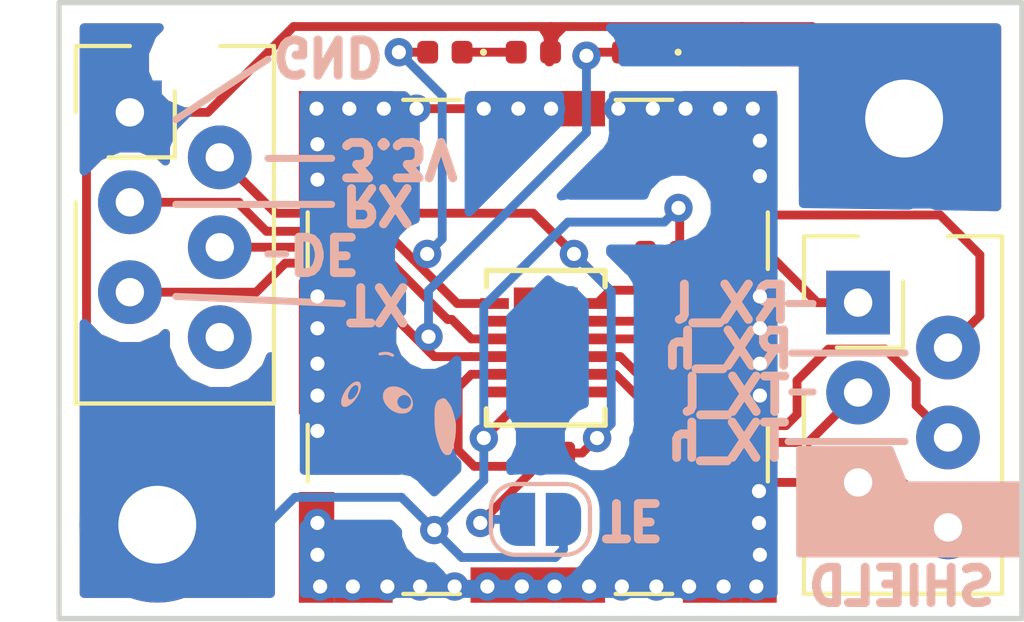
<source format=kicad_pcb>
(kicad_pcb (version 20171130) (host pcbnew 5.0.2-bee76a0~70~ubuntu18.04.1)

  (general
    (thickness 1.6)
    (drawings 25)
    (tracks 220)
    (zones 0)
    (modules 17)
    (nets 16)
  )

  (page A4)
  (layers
    (0 F.Cu signal)
    (31 B.Cu signal)
    (32 B.Adhes user)
    (33 F.Adhes user)
    (34 B.Paste user)
    (35 F.Paste user)
    (36 B.SilkS user)
    (37 F.SilkS user)
    (38 B.Mask user)
    (39 F.Mask user)
    (40 Dwgs.User user)
    (41 Cmts.User user)
    (42 Eco1.User user)
    (43 Eco2.User user)
    (44 Edge.Cuts user)
    (45 Margin user)
    (46 B.CrtYd user)
    (47 F.CrtYd user)
    (48 B.Fab user)
    (49 F.Fab user hide)
  )

  (setup
    (last_trace_width 0.25)
    (trace_clearance 0.2)
    (zone_clearance 0.508)
    (zone_45_only no)
    (trace_min 0.2)
    (segment_width 0.2)
    (edge_width 0.15)
    (via_size 0.8)
    (via_drill 0.4)
    (via_min_size 0.4)
    (via_min_drill 0.3)
    (uvia_size 0.3)
    (uvia_drill 0.1)
    (uvias_allowed no)
    (uvia_min_size 0.2)
    (uvia_min_drill 0.1)
    (pcb_text_width 0.3)
    (pcb_text_size 1.5 1.5)
    (mod_edge_width 0.15)
    (mod_text_size 1 1)
    (mod_text_width 0.15)
    (pad_size 1.524 1.524)
    (pad_drill 0.762)
    (pad_to_mask_clearance 0.051)
    (solder_mask_min_width 0.25)
    (aux_axis_origin 0 0)
    (visible_elements FFFFFF7F)
    (pcbplotparams
      (layerselection 0x010fc_ffffffff)
      (usegerberextensions false)
      (usegerberattributes false)
      (usegerberadvancedattributes false)
      (creategerberjobfile false)
      (excludeedgelayer true)
      (linewidth 0.100000)
      (plotframeref false)
      (viasonmask false)
      (mode 1)
      (useauxorigin false)
      (hpglpennumber 1)
      (hpglpenspeed 20)
      (hpglpendiameter 15.000000)
      (psnegative false)
      (psa4output false)
      (plotreference true)
      (plotvalue true)
      (plotinvisibletext false)
      (padsonsilk false)
      (subtractmaskfromsilk false)
      (outputformat 1)
      (mirror false)
      (drillshape 1)
      (scaleselection 1)
      (outputdirectory ""))
  )

  (net 0 "")
  (net 1 +3V3)
  (net 2 GND)
  (net 3 SHIELD)
  (net 4 /RX_iso)
  (net 5 /TX_iso)
  (net 6 /DE)
  (net 7 "Net-(J2-Pad6)")
  (net 8 /l_Rx)
  (net 9 /h_Rx)
  (net 10 /l_Tx)
  (net 11 /h_Tx)
  (net 12 /term_te)
  (net 13 "Net-(U1-Pad7)")
  (net 14 "Net-(D1-Pad1)")
  (net 15 "Net-(D2-Pad1)")

  (net_class Default "This is the default net class."
    (clearance 0.2)
    (trace_width 0.25)
    (via_dia 0.8)
    (via_drill 0.4)
    (uvia_dia 0.3)
    (uvia_drill 0.1)
    (add_net +3V3)
    (add_net /DE)
    (add_net /RX_iso)
    (add_net /TX_iso)
    (add_net /h_Rx)
    (add_net /h_Tx)
    (add_net /l_Rx)
    (add_net /l_Tx)
    (add_net /term_te)
    (add_net GND)
    (add_net "Net-(D1-Pad1)")
    (add_net "Net-(D2-Pad1)")
    (add_net "Net-(J2-Pad6)")
    (add_net "Net-(U1-Pad7)")
    (add_net SHIELD)
  )

  (module RF_Shielding:Laird_Technologies_BMI-S-201-F_13.66x12.70mm (layer F.Cu) (tedit 5E564E0B) (tstamp 5E624085)
    (at 131.125001 106.125001)
    (descr "Laird Technologies BMI-S-201-F Shielding Cabinet Two Piece SMD 13.66x12.70mm (https://assets.lairdtech.com/home/brandworld/files/Board%20Level%20Shields%20Catalog%20Download.pdf)")
    (tags "Shielding Cabinet")
    (path /5DC170DD)
    (attr smd)
    (fp_text reference J1 (at 0 -8.23) (layer F.SilkS) hide
      (effects (font (size 1 1) (thickness 0.15)))
    )
    (fp_text value RF_Shield_Two_Pieces (at 4.474999 9.774999) (layer F.Fab)
      (effects (font (size 1 1) (thickness 0.15)))
    )
    (fp_text user %R (at 0 0) (layer F.Fab)
      (effects (font (size 1 1) (thickness 0.15)))
    )
    (fp_line (start 5.5 -5.98) (end 5.5 5.98) (layer F.CrtYd) (width 0.05))
    (fp_line (start -5.5 -5.98) (end -5.5 5.98) (layer F.CrtYd) (width 0.05))
    (fp_line (start 5.5 5.98) (end -5.5 5.98) (layer F.CrtYd) (width 0.05))
    (fp_line (start 5.5 -5.98) (end -5.5 -5.98) (layer F.CrtYd) (width 0.05))
    (fp_line (start -7 -7.5) (end -7 7.5) (layer F.CrtYd) (width 0.05))
    (fp_line (start -7 7.5) (end 7 7.5) (layer F.CrtYd) (width 0.05))
    (fp_line (start 7 7.5) (end 7 -7.5) (layer F.CrtYd) (width 0.05))
    (fp_line (start 7 -7.5) (end -7 -7.5) (layer F.CrtYd) (width 0.05))
    (fp_line (start -6.35 -6.83) (end -6.35 6.83) (layer F.Fab) (width 0.1))
    (fp_line (start -6.35 6.83) (end 6.35 6.83) (layer F.Fab) (width 0.1))
    (fp_line (start 6.35 6.83) (end 6.35 -6.83) (layer F.Fab) (width 0.1))
    (fp_line (start 6.35 -6.83) (end -6.35 -6.83) (layer F.Fab) (width 0.1))
    (fp_line (start -3.8 -6.98) (end -2.2 -6.98) (layer F.SilkS) (width 0.12))
    (fp_line (start -3.8 6.98) (end -2.2 6.98) (layer F.SilkS) (width 0.12))
    (fp_line (start 2.2 -6.98) (end 3.8 -6.98) (layer F.SilkS) (width 0.12))
    (fp_line (start 2.2 6.98) (end 3.8 6.98) (layer F.SilkS) (width 0.12))
    (fp_line (start -6.5 -3.8) (end -6.5 -2.2) (layer F.SilkS) (width 0.12))
    (fp_line (start 6.5 -3.8) (end 6.5 -2.2) (layer F.SilkS) (width 0.12))
    (fp_line (start -6.5 2.2) (end -6.5 3.8) (layer F.SilkS) (width 0.12))
    (fp_line (start 6.5 2.2) (end 6.5 3.8) (layer F.SilkS) (width 0.12))
    (pad 1 smd rect (at -6.25 -6.73) (size 1 1) (layers F.Cu F.Paste F.Mask)
      (net 3 SHIELD))
    (pad 1 smd rect (at 6.25 -6.73) (size 1 1) (layers F.Cu F.Paste F.Mask)
      (net 3 SHIELD))
    (pad 1 smd rect (at 6.25 6.73) (size 1 1) (layers F.Cu F.Paste F.Mask)
      (net 3 SHIELD))
    (pad 1 smd rect (at -6.25 6.73) (size 1 1) (layers F.Cu F.Paste F.Mask)
      (net 3 SHIELD))
    (pad 1 smd rect (at -4.925 -6.73) (size 1.65 1) (layers F.Cu F.Paste F.Mask)
      (net 3 SHIELD))
    (pad 1 smd rect (at -4.925 6.73) (size 1.65 1) (layers F.Cu F.Paste F.Mask)
      (net 3 SHIELD))
    (pad 1 smd rect (at 0 -6.73) (size 3.8 1) (layers F.Cu F.Paste F.Mask)
      (net 3 SHIELD))
    (pad 1 smd rect (at 0 6.73) (size 3.8 1) (layers F.Cu F.Paste F.Mask)
      (net 3 SHIELD))
    (pad 1 smd rect (at 4.925 -6.73) (size 1.65 1) (layers F.Cu F.Paste F.Mask)
      (net 3 SHIELD))
    (pad 1 smd rect (at 4.925 6.73) (size 1.65 1) (layers F.Cu F.Paste F.Mask)
      (net 3 SHIELD))
    (pad 1 smd rect (at -6.25 -5.165) (size 1 2.13) (layers F.Cu F.Paste F.Mask)
      (net 3 SHIELD))
    (pad 1 smd rect (at 6.25 -5.165) (size 1 2.13) (layers F.Cu F.Paste F.Mask)
      (net 3 SHIELD))
    (pad 1 smd rect (at -6.25 0) (size 1 3.8) (layers F.Cu F.Paste F.Mask)
      (net 3 SHIELD))
    (pad 1 smd rect (at 6.25 0) (size 1 3.8) (layers F.Cu F.Paste F.Mask)
      (net 3 SHIELD))
    (pad 1 smd rect (at -6.25 5.165) (size 1 2.13) (layers F.Cu F.Paste F.Mask)
      (net 3 SHIELD))
    (pad 1 smd rect (at 6.25 5.165) (size 1 2.13) (layers F.Cu F.Paste F.Mask)
      (net 3 SHIELD))
    (model ${KISYS3DMOD}/RF_Shielding.3dshapes/Laird_Technologies_BMI-S-201-F_13.66x12.70mm.wrl
      (at (xyz 0 0 0))
      (scale (xyz 1 1 1))
      (rotate (xyz 0 0 0))
    )
  )

  (module Capacitor_SMD:C_0402_1005Metric (layer F.Cu) (tedit 5E564DF7) (tstamp 5E62404D)
    (at 134.65 103.45)
    (descr "Capacitor SMD 0402 (1005 Metric), square (rectangular) end terminal, IPC_7351 nominal, (Body size source: http://www.tortai-tech.com/upload/download/2011102023233369053.pdf), generated with kicad-footprint-generator")
    (tags capacitor)
    (path /5D8A1EC5)
    (attr smd)
    (fp_text reference C1 (at 0 -1.17) (layer F.SilkS) hide
      (effects (font (size 1 1) (thickness 0.15)))
    )
    (fp_text value 0.1uF (at 0 1.17) (layer F.Fab)
      (effects (font (size 1 1) (thickness 0.15)))
    )
    (fp_line (start -0.5 0.25) (end -0.5 -0.25) (layer F.Fab) (width 0.1))
    (fp_line (start -0.5 -0.25) (end 0.5 -0.25) (layer F.Fab) (width 0.1))
    (fp_line (start 0.5 -0.25) (end 0.5 0.25) (layer F.Fab) (width 0.1))
    (fp_line (start 0.5 0.25) (end -0.5 0.25) (layer F.Fab) (width 0.1))
    (fp_line (start -0.93 0.47) (end -0.93 -0.47) (layer F.CrtYd) (width 0.05))
    (fp_line (start -0.93 -0.47) (end 0.93 -0.47) (layer F.CrtYd) (width 0.05))
    (fp_line (start 0.93 -0.47) (end 0.93 0.47) (layer F.CrtYd) (width 0.05))
    (fp_line (start 0.93 0.47) (end -0.93 0.47) (layer F.CrtYd) (width 0.05))
    (fp_text user %R (at 0 0) (layer F.Fab)
      (effects (font (size 0.25 0.25) (thickness 0.04)))
    )
    (pad 1 smd roundrect (at -0.485 0) (size 0.59 0.64) (layers F.Cu F.Paste F.Mask) (roundrect_rratio 0.25)
      (net 1 +3V3))
    (pad 2 smd roundrect (at 0.485 0) (size 0.59 0.64) (layers F.Cu F.Paste F.Mask) (roundrect_rratio 0.25)
      (net 2 GND))
    (model ${KISYS3DMOD}/Capacitor_SMD.3dshapes/C_0402_1005Metric.wrl
      (at (xyz 0 0 0))
      (scale (xyz 1 1 1))
      (rotate (xyz 0 0 0))
    )
  )

  (module Capacitor_SMD:C_0402_1005Metric (layer F.Cu) (tedit 5E564DFA) (tstamp 5E62405C)
    (at 134.65 104.525)
    (descr "Capacitor SMD 0402 (1005 Metric), square (rectangular) end terminal, IPC_7351 nominal, (Body size source: http://www.tortai-tech.com/upload/download/2011102023233369053.pdf), generated with kicad-footprint-generator")
    (tags capacitor)
    (path /5D709E67)
    (attr smd)
    (fp_text reference C2 (at 0 -1.17) (layer F.SilkS) hide
      (effects (font (size 1 1) (thickness 0.15)))
    )
    (fp_text value 0.1uF (at 0 1.17) (layer F.Fab)
      (effects (font (size 1 1) (thickness 0.15)))
    )
    (fp_text user %R (at 0 0) (layer F.Fab)
      (effects (font (size 0.25 0.25) (thickness 0.04)))
    )
    (fp_line (start 0.93 0.47) (end -0.93 0.47) (layer F.CrtYd) (width 0.05))
    (fp_line (start 0.93 -0.47) (end 0.93 0.47) (layer F.CrtYd) (width 0.05))
    (fp_line (start -0.93 -0.47) (end 0.93 -0.47) (layer F.CrtYd) (width 0.05))
    (fp_line (start -0.93 0.47) (end -0.93 -0.47) (layer F.CrtYd) (width 0.05))
    (fp_line (start 0.5 0.25) (end -0.5 0.25) (layer F.Fab) (width 0.1))
    (fp_line (start 0.5 -0.25) (end 0.5 0.25) (layer F.Fab) (width 0.1))
    (fp_line (start -0.5 -0.25) (end 0.5 -0.25) (layer F.Fab) (width 0.1))
    (fp_line (start -0.5 0.25) (end -0.5 -0.25) (layer F.Fab) (width 0.1))
    (pad 2 smd roundrect (at 0.485 0) (size 0.59 0.64) (layers F.Cu F.Paste F.Mask) (roundrect_rratio 0.25)
      (net 2 GND))
    (pad 1 smd roundrect (at -0.485 0) (size 0.59 0.64) (layers F.Cu F.Paste F.Mask) (roundrect_rratio 0.25)
      (net 1 +3V3))
    (model ${KISYS3DMOD}/Capacitor_SMD.3dshapes/C_0402_1005Metric.wrl
      (at (xyz 0 0 0))
      (scale (xyz 1 1 1))
      (rotate (xyz 0 0 0))
    )
  )

  (module custom_lib:TE-Connectivity_Micro-Match_connector_02x03_Pitch_1.27mm (layer F.Cu) (tedit 5E564E05) (tstamp 5E6240A1)
    (at 119.6 99.5)
    (descr "TE-Connectivity Micro-Match connector, female, 02x02, board mount, 1.27mm pitch, 215079-6")
    (tags "connector, TE-Connectivity, female")
    (path /5E564F23)
    (fp_text reference J2 (at -2.8205 2.5875 90) (layer F.SilkS) hide
      (effects (font (size 1 1) (thickness 0.15)))
    )
    (fp_text value uart (at 0 9.8) (layer F.Fab)
      (effects (font (size 1 1) (thickness 0.15)))
    )
    (fp_text user %R (at -2.8205 2.5875 90) (layer F.Fab)
      (effects (font (size 1 1) (thickness 0.15)))
    )
    (fp_line (start -1.8 -2.475) (end 4.4 -2.475) (layer F.CrtYd) (width 0.05))
    (fp_line (start 4.4 8.725) (end 4.4 -2.475) (layer F.CrtYd) (width 0.05))
    (fp_line (start -1.53 -1.875) (end 0 -1.875) (layer F.SilkS) (width 0.12))
    (fp_line (start -1.53 0) (end -1.53 -1.875) (layer F.SilkS) (width 0.12))
    (fp_line (start 1.27 1.27) (end -0.6 1.27) (layer F.SilkS) (width 0.12))
    (fp_line (start 1.27 -0.6) (end 1.27 1.27) (layer F.SilkS) (width 0.12))
    (fp_line (start 2.54 -1.875) (end 4.07 -1.875) (layer F.SilkS) (width 0.12))
    (fp_line (start 4.07 -1.875) (end 4.07 8.225) (layer F.SilkS) (width 0.12))
    (fp_line (start -1.53 8.225) (end 4.07 8.225) (layer F.SilkS) (width 0.12))
    (fp_line (start -1.33 -1.675) (end 3.87 -1.675) (layer F.Fab) (width 0.1))
    (fp_line (start 3.87 -1.675) (end 3.87 8.025) (layer F.Fab) (width 0.1))
    (fp_line (start -1.33 8.025) (end 3.87 8.025) (layer F.Fab) (width 0.1))
    (fp_line (start -1.33 -1.675) (end -1.33 8.025) (layer F.Fab) (width 0.1))
    (fp_line (start -1.53 2.54) (end -1.53 8.225) (layer F.SilkS) (width 0.12))
    (fp_line (start -1.8 8.725) (end 4.4 8.725) (layer F.CrtYd) (width 0.05))
    (fp_line (start -1.8 8.725) (end -1.8 -2.475) (layer F.CrtYd) (width 0.05))
    (pad "" np_thru_hole circle (at 1.8 -1.4) (size 1.5001 1.5001) (drill 1.5001) (layers *.Cu *.Mask))
    (pad 4 thru_hole circle (at 2.54 3.81) (size 1.8 1.8) (drill 0.8001) (layers *.Cu *.Mask)
      (net 6 /DE))
    (pad 3 thru_hole circle (at 0 2.54) (size 1.8 1.8) (drill 0.8001) (layers *.Cu *.Mask)
      (net 4 /RX_iso))
    (pad 2 thru_hole circle (at 2.54 1.27) (size 1.8 1.8) (drill 0.8001) (layers *.Cu *.Mask)
      (net 1 +3V3))
    (pad 1 thru_hole rect (at 0 0) (size 1.8 1.8) (drill 0.8001) (layers *.Cu *.Mask)
      (net 2 GND))
    (pad 5 thru_hole circle (at 0 5.08) (size 1.8 1.8) (drill 0.8001) (layers *.Cu *.Mask)
      (net 5 /TX_iso))
    (pad 6 thru_hole circle (at 2.54 6.35) (size 1.8 1.8) (drill 0.8001) (layers *.Cu *.Mask)
      (net 7 "Net-(J2-Pad6)"))
    (model ../../_3Dmodels/Connectors_TE-Connectivity.3dshapes/c-215079-4-t-3d.wrl
      (at (xyz 0 0 0))
      (scale (xyz 1 1 1))
      (rotate (xyz 0 0 0))
    )
  )

  (module custom_lib:TE-Connectivity_Micro-Match_connector_02x03_Pitch_1.27mm (layer F.Cu) (tedit 5E565EE1) (tstamp 5E6240BD)
    (at 140.175 104.875)
    (descr "TE-Connectivity Micro-Match connector, female, 02x02, board mount, 1.27mm pitch, 215079-6")
    (tags "connector, TE-Connectivity, female")
    (path /5E564B5C)
    (fp_text reference J3 (at -2.8205 2.5875 90) (layer F.SilkS) hide
      (effects (font (size 1 1) (thickness 0.15)))
    )
    (fp_text value diff_uart (at 0 9.8) (layer F.Fab)
      (effects (font (size 1 1) (thickness 0.15)))
    )
    (fp_line (start -1.8 8.725) (end -1.8 -2.475) (layer F.CrtYd) (width 0.05))
    (fp_line (start -1.8 8.725) (end 4.4 8.725) (layer F.CrtYd) (width 0.05))
    (fp_line (start -1.53 2.54) (end -1.53 8.225) (layer F.SilkS) (width 0.12))
    (fp_line (start -1.33 -1.675) (end -1.33 8.025) (layer F.Fab) (width 0.1))
    (fp_line (start -1.33 8.025) (end 3.87 8.025) (layer F.Fab) (width 0.1))
    (fp_line (start 3.87 -1.675) (end 3.87 8.025) (layer F.Fab) (width 0.1))
    (fp_line (start -1.33 -1.675) (end 3.87 -1.675) (layer F.Fab) (width 0.1))
    (fp_line (start -1.53 8.225) (end 4.07 8.225) (layer F.SilkS) (width 0.12))
    (fp_line (start 4.07 -1.875) (end 4.07 8.225) (layer F.SilkS) (width 0.12))
    (fp_line (start 2.54 -1.875) (end 4.07 -1.875) (layer F.SilkS) (width 0.12))
    (fp_line (start 1.27 -0.6) (end 1.27 1.27) (layer F.SilkS) (width 0.12))
    (fp_line (start 1.27 1.27) (end -0.6 1.27) (layer F.SilkS) (width 0.12))
    (fp_line (start -1.53 0) (end -1.53 -1.875) (layer F.SilkS) (width 0.12))
    (fp_line (start -1.53 -1.875) (end 0 -1.875) (layer F.SilkS) (width 0.12))
    (fp_line (start 4.4 8.725) (end 4.4 -2.475) (layer F.CrtYd) (width 0.05))
    (fp_line (start -1.8 -2.475) (end 4.4 -2.475) (layer F.CrtYd) (width 0.05))
    (fp_text user %R (at -2.8205 2.5875 90) (layer F.Fab)
      (effects (font (size 1 1) (thickness 0.15)))
    )
    (pad 6 thru_hole circle (at 2.54 6.35) (size 1.8 1.8) (drill 0.8001) (layers *.Cu *.Mask)
      (net 3 SHIELD))
    (pad 5 thru_hole circle (at 0 5.08) (size 1.8 1.8) (drill 0.8001) (layers *.Cu *.Mask)
      (net 3 SHIELD))
    (pad 1 thru_hole rect (at 0 0) (size 1.8 1.8) (drill 0.8001) (layers *.Cu *.Mask)
      (net 8 /l_Rx))
    (pad 2 thru_hole circle (at 2.54 1.27) (size 1.8 1.8) (drill 0.8001) (layers *.Cu *.Mask)
      (net 9 /h_Rx))
    (pad 3 thru_hole circle (at 0 2.54) (size 1.8 1.8) (drill 0.8001) (layers *.Cu *.Mask)
      (net 10 /l_Tx))
    (pad 4 thru_hole circle (at 2.54 3.81) (size 1.8 1.8) (drill 0.8001) (layers *.Cu *.Mask)
      (net 11 /h_Tx))
    (pad "" np_thru_hole circle (at 1.8 -1.4) (size 1.5001 1.5001) (drill 1.5001) (layers *.Cu *.Mask))
    (model ../../_3Dmodels/Connectors_TE-Connectivity.3dshapes/c-215079-4-t-3d.wrl
      (at (xyz 0 0 0))
      (scale (xyz 1 1 1))
      (rotate (xyz 0 0 0))
    )
  )

  (module Resistor_SMD:R_0402_1005Metric (layer F.Cu) (tedit 5E564DF4) (tstamp 5E6240CC)
    (at 131.4 109.125)
    (descr "Resistor SMD 0402 (1005 Metric), square (rectangular) end terminal, IPC_7351 nominal, (Body size source: http://www.tortai-tech.com/upload/download/2011102023233369053.pdf), generated with kicad-footprint-generator")
    (tags resistor)
    (path /5DB7CCD3)
    (attr smd)
    (fp_text reference R1 (at 0 -1.17) (layer F.SilkS) hide
      (effects (font (size 1 1) (thickness 0.15)))
    )
    (fp_text value 10k (at 0 1.17) (layer F.Fab)
      (effects (font (size 1 1) (thickness 0.15)))
    )
    (fp_line (start -0.5 0.25) (end -0.5 -0.25) (layer F.Fab) (width 0.1))
    (fp_line (start -0.5 -0.25) (end 0.5 -0.25) (layer F.Fab) (width 0.1))
    (fp_line (start 0.5 -0.25) (end 0.5 0.25) (layer F.Fab) (width 0.1))
    (fp_line (start 0.5 0.25) (end -0.5 0.25) (layer F.Fab) (width 0.1))
    (fp_line (start -0.93 0.47) (end -0.93 -0.47) (layer F.CrtYd) (width 0.05))
    (fp_line (start -0.93 -0.47) (end 0.93 -0.47) (layer F.CrtYd) (width 0.05))
    (fp_line (start 0.93 -0.47) (end 0.93 0.47) (layer F.CrtYd) (width 0.05))
    (fp_line (start 0.93 0.47) (end -0.93 0.47) (layer F.CrtYd) (width 0.05))
    (fp_text user %R (at 0 0) (layer F.Fab)
      (effects (font (size 0.25 0.25) (thickness 0.04)))
    )
    (pad 1 smd roundrect (at -0.485 0) (size 0.59 0.64) (layers F.Cu F.Paste F.Mask) (roundrect_rratio 0.25)
      (net 12 /term_te))
    (pad 2 smd roundrect (at 0.485 0) (size 0.59 0.64) (layers F.Cu F.Paste F.Mask) (roundrect_rratio 0.25)
      (net 1 +3V3))
    (model ${KISYS3DMOD}/Resistor_SMD.3dshapes/R_0402_1005Metric.wrl
      (at (xyz 0 0 0))
      (scale (xyz 1 1 1))
      (rotate (xyz 0 0 0))
    )
  )

  (module custom_lib:ltc2855 (layer F.Cu) (tedit 5E5653A4) (tstamp 5E6240EB)
    (at 131.35 106.15)
    (path /5D6E2053)
    (attr smd)
    (fp_text reference U1 (at -1.0542 -2.3024) (layer F.SilkS) hide
      (effects (font (size 0.314961 0.314961) (thickness 0.05)))
    )
    (fp_text value LTC2855CDEPBF (at -0.8542 2.3024) (layer F.SilkS) hide
      (effects (font (size 0.314961 0.314961) (thickness 0.05)))
    )
    (fp_poly (pts (xy -0.8017 -1.6018) (xy -0.8017 -0.1) (xy 0.8017 -0.1) (xy 0.8017 -1.6018)) (layer F.Paste) (width 0.0254))
    (fp_poly (pts (xy -0.8017 0.1) (xy -0.8017 1.6018) (xy 0.8017 1.6018) (xy 0.8017 0.1)) (layer F.Paste) (width 0.0254))
    (fp_line (start 1.6764 -1.7272) (end 1.6764 -2.1844) (layer F.SilkS) (width 0.1524))
    (fp_line (start -1.6764 1.7272) (end -1.6764 2.1844) (layer F.SilkS) (width 0.1524))
    (fp_line (start -1.6764 2.1844) (end 1.6764 2.1844) (layer F.SilkS) (width 0.1524))
    (fp_line (start 1.6764 2.1844) (end 1.6764 1.7272) (layer F.SilkS) (width 0.1524))
    (fp_line (start 1.6764 -2.1844) (end -1.6764 -2.1844) (layer F.SilkS) (width 0.1524))
    (fp_line (start -1.6764 -2.1844) (end -1.6764 -1.7272) (layer F.SilkS) (width 0.1524))
    (fp_line (start -1.5494 2.032) (end 1.5494 2.032) (layer Eco2.User) (width 0.1524))
    (fp_line (start 1.5494 2.032) (end 1.5494 -2.032) (layer Eco2.User) (width 0.1524))
    (fp_line (start 1.5494 -2.032) (end -0.3048 -2.032) (layer Eco2.User) (width 0.1524))
    (fp_line (start -0.3048 -2.032) (end -1.5494 -2.032) (layer Eco2.User) (width 0.1524))
    (fp_line (start -1.5494 -2.032) (end -1.5494 2.032) (layer Eco2.User) (width 0.1524))
    (fp_arc (start 0 -2.0447) (end -0.3048 -2.032) (angle -180) (layer Eco2.User) (width 0.1524))
    (pad 1 smd rect (at -1.4478 -1.25) (size 0.8128 0.3048) (layers F.Cu F.Paste F.Mask)
      (net 4 /RX_iso))
    (pad 2 smd rect (at -1.4478 -0.75) (size 0.8128 0.3048) (layers F.Cu F.Paste F.Mask)
      (net 2 GND))
    (pad 3 smd rect (at -1.4478 -0.25) (size 0.8128 0.3048) (layers F.Cu F.Paste F.Mask)
      (net 6 /DE))
    (pad 4 smd rect (at -1.4478 0.25) (size 0.8128 0.3048) (layers F.Cu F.Paste F.Mask)
      (net 5 /TX_iso))
    (pad 5 smd rect (at -1.4478 0.75) (size 0.8128 0.3048) (layers F.Cu F.Paste F.Mask)
      (net 12 /term_te))
    (pad 6 smd rect (at -1.4478 1.25) (size 0.8128 0.3048) (layers F.Cu F.Paste F.Mask)
      (net 2 GND))
    (pad 7 smd rect (at 1.4478 1.25) (size 0.8128 0.3048) (layers F.Cu F.Paste F.Mask)
      (net 13 "Net-(U1-Pad7)"))
    (pad 8 smd rect (at 1.4478 0.75) (size 0.8128 0.3048) (layers F.Cu F.Paste F.Mask)
      (net 10 /l_Tx))
    (pad 9 smd rect (at 1.4478 0.25) (size 0.8128 0.3048) (layers F.Cu F.Paste F.Mask)
      (net 11 /h_Tx))
    (pad 10 smd rect (at 1.4478 -0.25) (size 0.8128 0.3048) (layers F.Cu F.Paste F.Mask)
      (net 8 /l_Rx))
    (pad 11 smd rect (at 1.4478 -0.75) (size 0.8128 0.3048) (layers F.Cu F.Paste F.Mask)
      (net 9 /h_Rx))
    (pad 12 smd rect (at 1.4478 -1.25) (size 0.8128 0.3048) (layers F.Cu F.Paste F.Mask)
      (net 1 +3V3))
    (pad 13 smd rect (at 0 0) (size 1.8034 3.4036) (layers F.Cu F.Paste F.Mask)
      (net 2 GND))
  )

  (module Resistor_SMD:R_0402_1005Metric (layer F.Cu) (tedit 5E564C07) (tstamp 5E6244C8)
    (at 136.4 97.8 180)
    (descr "Resistor SMD 0402 (1005 Metric), square (rectangular) end terminal, IPC_7351 nominal, (Body size source: http://www.tortai-tech.com/upload/download/2011102023233369053.pdf), generated with kicad-footprint-generator")
    (tags resistor)
    (path /5E565531)
    (attr smd)
    (fp_text reference R2 (at 0 -1.17 180) (layer F.SilkS) hide
      (effects (font (size 1 1) (thickness 0.15)))
    )
    (fp_text value 1k (at 0 1.17 180) (layer F.Fab)
      (effects (font (size 1 1) (thickness 0.15)))
    )
    (fp_line (start -0.5 0.25) (end -0.5 -0.25) (layer F.Fab) (width 0.1))
    (fp_line (start -0.5 -0.25) (end 0.5 -0.25) (layer F.Fab) (width 0.1))
    (fp_line (start 0.5 -0.25) (end 0.5 0.25) (layer F.Fab) (width 0.1))
    (fp_line (start 0.5 0.25) (end -0.5 0.25) (layer F.Fab) (width 0.1))
    (fp_line (start -0.93 0.47) (end -0.93 -0.47) (layer F.CrtYd) (width 0.05))
    (fp_line (start -0.93 -0.47) (end 0.93 -0.47) (layer F.CrtYd) (width 0.05))
    (fp_line (start 0.93 -0.47) (end 0.93 0.47) (layer F.CrtYd) (width 0.05))
    (fp_line (start 0.93 0.47) (end -0.93 0.47) (layer F.CrtYd) (width 0.05))
    (fp_text user %R (at 0 0 180) (layer F.Fab)
      (effects (font (size 0.25 0.25) (thickness 0.04)))
    )
    (pad 1 smd roundrect (at -0.485 0 180) (size 0.59 0.64) (layers F.Cu F.Paste F.Mask) (roundrect_rratio 0.25)
      (net 2 GND))
    (pad 2 smd roundrect (at 0.485 0 180) (size 0.59 0.64) (layers F.Cu F.Paste F.Mask) (roundrect_rratio 0.25)
      (net 14 "Net-(D1-Pad1)"))
    (model ${KISYS3DMOD}/Resistor_SMD.3dshapes/R_0402_1005Metric.wrl
      (at (xyz 0 0 0))
      (scale (xyz 1 1 1))
      (rotate (xyz 0 0 0))
    )
  )

  (module Resistor_SMD:R_0402_1005Metric (layer F.Cu) (tedit 5E564C0A) (tstamp 5E6244D7)
    (at 131 97.8 180)
    (descr "Resistor SMD 0402 (1005 Metric), square (rectangular) end terminal, IPC_7351 nominal, (Body size source: http://www.tortai-tech.com/upload/download/2011102023233369053.pdf), generated with kicad-footprint-generator")
    (tags resistor)
    (path /5E565672)
    (attr smd)
    (fp_text reference R3 (at 0 -1.17 180) (layer F.SilkS) hide
      (effects (font (size 1 1) (thickness 0.15)))
    )
    (fp_text value 1k (at 0 1.17 180) (layer F.Fab)
      (effects (font (size 1 1) (thickness 0.15)))
    )
    (fp_text user %R (at 0 0 180) (layer F.Fab)
      (effects (font (size 0.25 0.25) (thickness 0.04)))
    )
    (fp_line (start 0.93 0.47) (end -0.93 0.47) (layer F.CrtYd) (width 0.05))
    (fp_line (start 0.93 -0.47) (end 0.93 0.47) (layer F.CrtYd) (width 0.05))
    (fp_line (start -0.93 -0.47) (end 0.93 -0.47) (layer F.CrtYd) (width 0.05))
    (fp_line (start -0.93 0.47) (end -0.93 -0.47) (layer F.CrtYd) (width 0.05))
    (fp_line (start 0.5 0.25) (end -0.5 0.25) (layer F.Fab) (width 0.1))
    (fp_line (start 0.5 -0.25) (end 0.5 0.25) (layer F.Fab) (width 0.1))
    (fp_line (start -0.5 -0.25) (end 0.5 -0.25) (layer F.Fab) (width 0.1))
    (fp_line (start -0.5 0.25) (end -0.5 -0.25) (layer F.Fab) (width 0.1))
    (pad 2 smd roundrect (at 0.485 0 180) (size 0.59 0.64) (layers F.Cu F.Paste F.Mask) (roundrect_rratio 0.25)
      (net 15 "Net-(D2-Pad1)"))
    (pad 1 smd roundrect (at -0.485 0 180) (size 0.59 0.64) (layers F.Cu F.Paste F.Mask) (roundrect_rratio 0.25)
      (net 2 GND))
    (model ${KISYS3DMOD}/Resistor_SMD.3dshapes/R_0402_1005Metric.wrl
      (at (xyz 0 0 0))
      (scale (xyz 1 1 1))
      (rotate (xyz 0 0 0))
    )
  )

  (module MountingHole:MountingHole_2.2mm_M2_Pad (layer F.Cu) (tedit 5E564F63) (tstamp 5E624F66)
    (at 120.375 111.15)
    (descr "Mounting Hole 2.2mm, M2")
    (tags "mounting hole 2.2mm m2")
    (path /5E5664AB)
    (attr virtual)
    (fp_text reference H1 (at 0 -3.2) (layer F.SilkS) hide
      (effects (font (size 1 1) (thickness 0.15)))
    )
    (fp_text value MountingHole_Pad (at 0 3.2) (layer F.Fab)
      (effects (font (size 1 1) (thickness 0.15)))
    )
    (fp_circle (center 0 0) (end 2.45 0) (layer F.CrtYd) (width 0.05))
    (fp_circle (center 0 0) (end 2.2 0) (layer Cmts.User) (width 0.15))
    (fp_text user %R (at 0.3 0) (layer F.Fab)
      (effects (font (size 1 1) (thickness 0.15)))
    )
    (pad 1 thru_hole circle (at 0 0) (size 4.4 4.4) (drill 2.2) (layers *.Cu *.Mask)
      (net 2 GND))
  )

  (module MountingHole:MountingHole_2.2mm_M2_Pad (layer F.Cu) (tedit 5E56539B) (tstamp 5E624F7B)
    (at 141.475 99.675)
    (descr "Mounting Hole 2.2mm, M2")
    (tags "mounting hole 2.2mm m2")
    (path /5E56643B)
    (attr virtual)
    (fp_text reference H2 (at 0 -3.2) (layer F.SilkS) hide
      (effects (font (size 1 1) (thickness 0.15)))
    )
    (fp_text value MountingHole_Pad (at 0 3.2) (layer F.Fab)
      (effects (font (size 1 1) (thickness 0.15)))
    )
    (fp_text user %R (at 0.3 0) (layer F.Fab)
      (effects (font (size 1 1) (thickness 0.15)))
    )
    (fp_circle (center 0 0) (end 2.2 0) (layer Cmts.User) (width 0.15))
    (fp_circle (center 0 0) (end 2.45 0) (layer F.CrtYd) (width 0.05))
    (pad 1 thru_hole circle (at 0 0) (size 4.4 4.4) (drill 2.2) (layers *.Cu *.Mask)
      (net 2 GND))
  )

  (module Jumper:SolderJumper-2_P1.3mm_Open_RoundedPad1.0x1.5mm (layer B.Cu) (tedit 5E564FB0) (tstamp 5E62502F)
    (at 131.2 111)
    (descr "SMD Solder Jumper, 1x1.5mm, rounded Pads, 0.3mm gap, open")
    (tags "solder jumper open")
    (path /5E565F9A)
    (attr virtual)
    (fp_text reference JP1 (at 0 1.8) (layer B.SilkS) hide
      (effects (font (size 1 1) (thickness 0.15)) (justify mirror))
    )
    (fp_text value SolderJumper_2_Open (at 0 -1.9) (layer B.Fab) hide
      (effects (font (size 1 1) (thickness 0.15)) (justify mirror))
    )
    (fp_arc (start 0.7 0.3) (end 1.4 0.3) (angle 90) (layer B.SilkS) (width 0.12))
    (fp_arc (start 0.7 -0.3) (end 0.7 -1) (angle 90) (layer B.SilkS) (width 0.12))
    (fp_arc (start -0.7 -0.3) (end -1.4 -0.3) (angle 90) (layer B.SilkS) (width 0.12))
    (fp_arc (start -0.7 0.3) (end -0.7 1) (angle 90) (layer B.SilkS) (width 0.12))
    (fp_line (start -1.4 -0.3) (end -1.4 0.3) (layer B.SilkS) (width 0.12))
    (fp_line (start 0.7 -1) (end -0.7 -1) (layer B.SilkS) (width 0.12))
    (fp_line (start 1.4 0.3) (end 1.4 -0.3) (layer B.SilkS) (width 0.12))
    (fp_line (start -0.7 1) (end 0.7 1) (layer B.SilkS) (width 0.12))
    (fp_line (start -1.65 1.25) (end 1.65 1.25) (layer B.CrtYd) (width 0.05))
    (fp_line (start -1.65 1.25) (end -1.65 -1.25) (layer B.CrtYd) (width 0.05))
    (fp_line (start 1.65 -1.25) (end 1.65 1.25) (layer B.CrtYd) (width 0.05))
    (fp_line (start 1.65 -1.25) (end -1.65 -1.25) (layer B.CrtYd) (width 0.05))
    (pad 1 smd custom (at -0.65 0) (size 1 0.5) (layers B.Cu B.Mask)
      (net 12 /term_te) (zone_connect 0)
      (options (clearance outline) (anchor rect))
      (primitives
        (gr_circle (center 0 -0.25) (end 0.5 -0.25) (width 0))
        (gr_circle (center 0 0.25) (end 0.5 0.25) (width 0))
        (gr_poly (pts
           (xy 0 0.75) (xy 0.5 0.75) (xy 0.5 -0.75) (xy 0 -0.75)) (width 0))
      ))
    (pad 2 smd custom (at 0.65 0) (size 1 0.5) (layers B.Cu B.Mask)
      (net 2 GND) (zone_connect 0)
      (options (clearance outline) (anchor rect))
      (primitives
        (gr_circle (center 0 -0.25) (end 0.5 -0.25) (width 0))
        (gr_circle (center 0 0.25) (end 0.5 0.25) (width 0))
        (gr_poly (pts
           (xy 0 0.75) (xy -0.5 0.75) (xy -0.5 -0.75) (xy 0 -0.75)) (width 0))
      ))
  )

  (module custom_lib:R1_ear_silk_5.5mm (layer B.Cu) (tedit 5A75A981) (tstamp 5E627B1B)
    (at 126.404396 108.405664)
    (path /5E567797)
    (fp_text reference H3 (at 0 0) (layer B.SilkS) hide
      (effects (font (size 1.524 1.524) (thickness 0.3)) (justify mirror))
    )
    (fp_text value ears (at 0.75 0) (layer B.SilkS) hide
      (effects (font (size 1.524 1.524) (thickness 0.3)) (justify mirror))
    )
    (fp_poly (pts (xy 2.178201 0.770262) (xy 2.198348 0.768035) (xy 2.215863 0.764436) (xy 2.231188 0.758692)
      (xy 2.244766 0.750029) (xy 2.257039 0.737676) (xy 2.26845 0.72086) (xy 2.27944 0.698807)
      (xy 2.290453 0.670745) (xy 2.301931 0.635901) (xy 2.314316 0.593502) (xy 2.32805 0.542775)
      (xy 2.343577 0.482948) (xy 2.344299 0.480133) (xy 2.361506 0.407526) (xy 2.37554 0.335724)
      (xy 2.386689 0.262557) (xy 2.395238 0.18585) (xy 2.401474 0.103431) (xy 2.405609 0.01524)
      (xy 2.406717 -0.018405) (xy 2.407222 -0.044525) (xy 2.406933 -0.065749) (xy 2.405658 -0.084703)
      (xy 2.403208 -0.104014) (xy 2.399391 -0.126309) (xy 2.394016 -0.154217) (xy 2.392872 -0.16002)
      (xy 2.376391 -0.238711) (xy 2.358865 -0.313406) (xy 2.340546 -0.383339) (xy 2.321687 -0.447741)
      (xy 2.302541 -0.505845) (xy 2.283359 -0.556882) (xy 2.264394 -0.600085) (xy 2.2459 -0.634686)
      (xy 2.228657 -0.659293) (xy 2.217953 -0.672749) (xy 2.203677 -0.691717) (xy 2.187975 -0.713311)
      (xy 2.177487 -0.728152) (xy 2.151986 -0.762275) (xy 2.128222 -0.789201) (xy 2.106922 -0.808184)
      (xy 2.089823 -0.818106) (xy 2.077848 -0.820698) (xy 2.060149 -0.822358) (xy 2.045639 -0.822712)
      (xy 2.029049 -0.821866) (xy 2.013769 -0.819024) (xy 1.996746 -0.813303) (xy 1.974929 -0.803818)
      (xy 1.96596 -0.799618) (xy 1.943192 -0.787894) (xy 1.921706 -0.775181) (xy 1.904652 -0.763418)
      (xy 1.898199 -0.757955) (xy 1.875298 -0.72971) (xy 1.855228 -0.691883) (xy 1.837972 -0.64442)
      (xy 1.823507 -0.587269) (xy 1.814959 -0.54102) (xy 1.812442 -0.523764) (xy 1.810422 -0.505587)
      (xy 1.808848 -0.485174) (xy 1.807672 -0.461208) (xy 1.806843 -0.432375) (xy 1.806312 -0.397359)
      (xy 1.806029 -0.354844) (xy 1.805945 -0.303516) (xy 1.805945 -0.30226) (xy 1.806068 -0.245778)
      (xy 1.806514 -0.197431) (xy 1.807403 -0.155192) (xy 1.808857 -0.117037) (xy 1.810997 -0.080942)
      (xy 1.813942 -0.044882) (xy 1.817814 -0.006833) (xy 1.822734 0.035231) (xy 1.828823 0.083333)
      (xy 1.829068 0.085222) (xy 1.838126 0.142246) (xy 1.850976 0.204701) (xy 1.867031 0.270699)
      (xy 1.885706 0.338352) (xy 1.906413 0.405773) (xy 1.928565 0.471073) (xy 1.951577 0.532365)
      (xy 1.974862 0.587761) (xy 1.997832 0.635374) (xy 2.00303 0.645063) (xy 2.030897 0.689165)
      (xy 2.061983 0.726483) (xy 2.062588 0.727104) (xy 2.08538 0.748381) (xy 2.106068 0.762098)
      (xy 2.127763 0.769417) (xy 2.153575 0.771498) (xy 2.178201 0.770262)) (layer B.SilkS) (width 0.01))
  )

  (module custom_lib:R1_eyes_mask_5.5mm (layer B.Cu) (tedit 5D5A8000) (tstamp 5E627B22)
    (at 126.404396 108.405664)
    (path /5E5677FE)
    (fp_text reference H4 (at 0 2.54) (layer B.SilkS) hide
      (effects (font (size 1.524 1.524) (thickness 0.3)) (justify mirror))
    )
    (fp_text value eyes (at 0.75 2.54) (layer B.SilkS) hide
      (effects (font (size 1.524 1.524) (thickness 0.3)) (justify mirror))
    )
    (fp_poly (pts (xy 0.918423 -0.401777) (xy 0.956263 -0.405066) (xy 0.976759 -0.408897) (xy 1.02839 -0.425874)
      (xy 1.07306 -0.449654) (xy 1.110646 -0.479527) (xy 1.141024 -0.514781) (xy 1.164071 -0.554703)
      (xy 1.179661 -0.598583) (xy 1.187672 -0.645708) (xy 1.18798 -0.695366) (xy 1.180461 -0.746846)
      (xy 1.16499 -0.799436) (xy 1.141445 -0.852424) (xy 1.109701 -0.905099) (xy 1.071669 -0.954398)
      (xy 1.022024 -1.005506) (xy 0.967034 -1.050255) (xy 0.907863 -1.088142) (xy 0.845678 -1.118666)
      (xy 0.781645 -1.141325) (xy 0.716929 -1.155617) (xy 0.652695 -1.161041) (xy 0.598218 -1.158169)
      (xy 0.543393 -1.147107) (xy 0.494297 -1.128036) (xy 0.451371 -1.101148) (xy 0.432887 -1.085333)
      (xy 0.40114 -1.051436) (xy 0.378 -1.016962) (xy 0.362118 -0.97932) (xy 0.352141 -0.935916)
      (xy 0.350986 -0.928145) (xy 0.348426 -0.873755) (xy 0.355286 -0.818691) (xy 0.370934 -0.763752)
      (xy 0.384275 -0.733475) (xy 0.749164 -0.733475) (xy 0.751545 -0.755112) (xy 0.764506 -0.799304)
      (xy 0.785689 -0.838657) (xy 0.814198 -0.872122) (xy 0.849137 -0.898653) (xy 0.88961 -0.917204)
      (xy 0.890453 -0.917481) (xy 0.910411 -0.92146) (xy 0.937461 -0.923152) (xy 0.955684 -0.922976)
      (xy 0.979938 -0.921571) (xy 0.998324 -0.918634) (xy 1.015122 -0.913176) (xy 1.03269 -0.905155)
      (xy 1.069679 -0.881788) (xy 1.100282 -0.851948) (xy 1.123754 -0.817048) (xy 1.139349 -0.778504)
      (xy 1.146322 -0.737728) (xy 1.143925 -0.696134) (xy 1.14367 -0.694722) (xy 1.130966 -0.652824)
      (xy 1.109644 -0.614438) (xy 1.080985 -0.581215) (xy 1.04627 -0.554806) (xy 1.027445 -0.544858)
      (xy 0.997518 -0.53535) (xy 0.962396 -0.530786) (xy 0.92579 -0.531225) (xy 0.891413 -0.536724)
      (xy 0.873531 -0.542426) (xy 0.838383 -0.561486) (xy 0.807691 -0.587944) (xy 0.78244 -0.620087)
      (xy 0.763613 -0.656199) (xy 0.752193 -0.694567) (xy 0.749164 -0.733475) (xy 0.384275 -0.733475)
      (xy 0.394736 -0.709736) (xy 0.426061 -0.657441) (xy 0.464274 -0.607666) (xy 0.508745 -0.561207)
      (xy 0.55884 -0.518864) (xy 0.613926 -0.481434) (xy 0.67337 -0.449716) (xy 0.736541 -0.424507)
      (xy 0.754886 -0.418701) (xy 0.791263 -0.410238) (xy 0.832757 -0.404503) (xy 0.876199 -0.401636)
      (xy 0.918423 -0.401777)) (layer B.SilkS) (width 0.01))
    (fp_poly (pts (xy -0.706335 -0.5924) (xy -0.688801 -0.594815) (xy -0.672121 -0.600076) (xy -0.653322 -0.608404)
      (xy -0.603456 -0.63681) (xy -0.553972 -0.674026) (xy -0.505814 -0.718713) (xy -0.459923 -0.769536)
      (xy -0.417243 -0.825158) (xy -0.378715 -0.884244) (xy -0.345283 -0.945456) (xy -0.317888 -1.007459)
      (xy -0.297474 -1.068917) (xy -0.284982 -1.128492) (xy -0.284619 -1.131129) (xy -0.281851 -1.174196)
      (xy -0.285544 -1.212257) (xy -0.295407 -1.244427) (xy -0.311147 -1.269822) (xy -0.332475 -1.287556)
      (xy -0.336813 -1.289832) (xy -0.364781 -1.298318) (xy -0.396591 -1.299581) (xy -0.428811 -1.293488)
      (xy -0.42926 -1.293346) (xy -0.472797 -1.275057) (xy -0.51773 -1.247842) (xy -0.563119 -1.212665)
      (xy -0.608024 -1.170487) (xy -0.651505 -1.122272) (xy -0.692622 -1.068982) (xy -0.730435 -1.011579)
      (xy -0.764004 -0.951026) (xy -0.76446 -0.950119) (xy -0.789819 -0.895845) (xy -0.798289 -0.873574)
      (xy -0.644716 -0.873574) (xy -0.644457 -0.901315) (xy -0.641879 -0.929311) (xy -0.637433 -0.952702)
      (xy -0.627593 -0.982865) (xy -0.613001 -1.017156) (xy -0.595465 -1.051944) (xy -0.576792 -1.083596)
      (xy -0.561618 -1.105022) (xy -0.530105 -1.140806) (xy -0.498848 -1.168895) (xy -0.468494 -1.189)
      (xy -0.439691 -1.200834) (xy -0.413087 -1.204109) (xy -0.38933 -1.198538) (xy -0.373867 -1.188466)
      (xy -0.359233 -1.171999) (xy -0.349981 -1.152003) (xy -0.345394 -1.126313) (xy -0.344598 -1.100316)
      (xy -0.348416 -1.061085) (xy -0.358413 -1.020767) (xy -0.373735 -0.980451) (xy -0.393534 -0.941228)
      (xy -0.416958 -0.904188) (xy -0.443156 -0.870421) (xy -0.471277 -0.841018) (xy -0.500471 -0.817069)
      (xy -0.529887 -0.799664) (xy -0.558674 -0.789894) (xy -0.585981 -0.788849) (xy -0.587479 -0.789075)
      (xy -0.609774 -0.79761) (xy -0.62813 -0.814429) (xy -0.638195 -0.831686) (xy -0.642635 -0.849295)
      (xy -0.644716 -0.873574) (xy -0.798289 -0.873574) (xy -0.808495 -0.846742) (xy -0.821044 -0.80085)
      (xy -0.82802 -0.756209) (xy -0.829976 -0.71882) (xy -0.829853 -0.693734) (xy -0.828644 -0.67578)
      (xy -0.825892 -0.66195) (xy -0.821139 -0.649235) (xy -0.818557 -0.643751) (xy -0.807788 -0.626421)
      (xy -0.794329 -0.610733) (xy -0.788529 -0.605651) (xy -0.778226 -0.598608) (xy -0.768127 -0.594452)
      (xy -0.755061 -0.592443) (xy -0.735855 -0.591838) (xy -0.729359 -0.59182) (xy -0.706335 -0.5924)) (layer B.SilkS) (width 0.01))
    (fp_poly (pts (xy 0.624692 -2.03183) (xy 0.628884 -2.037238) (xy 0.629842 -2.045434) (xy 0.625424 -2.050854)
      (xy 0.613375 -2.05871) (xy 0.595655 -2.068093) (xy 0.574225 -2.07809) (xy 0.551046 -2.087791)
      (xy 0.528078 -2.096284) (xy 0.507282 -2.102659) (xy 0.505917 -2.103013) (xy 0.462856 -2.110486)
      (xy 0.414361 -2.11286) (xy 0.363785 -2.110138) (xy 0.3175 -2.102965) (xy 0.2902 -2.097186)
      (xy 0.271309 -2.092973) (xy 0.259286 -2.08984) (xy 0.252588 -2.087302) (xy 0.249673 -2.084876)
      (xy 0.248999 -2.082076) (xy 0.248997 -2.081433) (xy 0.250026 -2.073727) (xy 0.253898 -2.069084)
      (xy 0.26214 -2.067369) (xy 0.276276 -2.068449) (xy 0.297832 -2.07219) (xy 0.31496 -2.075657)
      (xy 0.373922 -2.085109) (xy 0.427388 -2.087441) (xy 0.477312 -2.082442) (xy 0.525646 -2.069901)
      (xy 0.574342 -2.049609) (xy 0.579221 -2.047188) (xy 0.601207 -2.036758) (xy 0.615915 -2.031654)
      (xy 0.624692 -2.03183)) (layer B.SilkS) (width 0.06))
  )

  (module custom_lib:R1_face_mask_5.5mm (layer B.Cu) (tedit 5A75A9C8) (tstamp 5E627B29)
    (at 126.404396 108.405664)
    (path /5E56784C)
    (fp_text reference H5 (at 0 0) (layer B.SilkS) hide
      (effects (font (size 1.524 1.524) (thickness 0.3)) (justify mirror))
    )
    (fp_text value face (at 0.75 0) (layer B.SilkS) hide
      (effects (font (size 1.524 1.524) (thickness 0.3)) (justify mirror))
    )
    (fp_poly (pts (xy 0.963667 -0.651102) (xy 0.976744 -0.654493) (xy 0.988048 -0.661622) (xy 0.990392 -0.663545)
      (xy 1.009692 -0.685382) (xy 1.019619 -0.709859) (xy 1.019926 -0.735768) (xy 1.010441 -0.761765)
      (xy 0.996012 -0.780859) (xy 0.977537 -0.792325) (xy 0.953024 -0.79721) (xy 0.942228 -0.79756)
      (xy 0.924829 -0.796947) (xy 0.913155 -0.793934) (xy 0.902794 -0.786758) (xy 0.893903 -0.778259)
      (xy 0.877278 -0.755369) (xy 0.869936 -0.730434) (xy 0.871832 -0.705206) (xy 0.882919 -0.681436)
      (xy 0.896859 -0.665951) (xy 0.908713 -0.656754) (xy 0.92003 -0.652033) (xy 0.93513 -0.650369)
      (xy 0.944667 -0.65024) (xy 0.963667 -0.651102)) (layer B.Mask) (width 0.01))
    (fp_poly (pts (xy -0.475534 -0.929926) (xy -0.460446 -0.941333) (xy -0.458211 -0.94361) (xy -0.442003 -0.964076)
      (xy -0.428697 -0.987188) (xy -0.418605 -1.011348) (xy -0.412039 -1.03496) (xy -0.409309 -1.056426)
      (xy -0.410726 -1.07415) (xy -0.416603 -1.086535) (xy -0.42725 -1.091983) (xy -0.42926 -1.092103)
      (xy -0.436681 -1.08969) (xy -0.448182 -1.083702) (xy -0.449903 -1.082671) (xy -0.466901 -1.067908)
      (xy -0.482633 -1.046401) (xy -0.496083 -1.020683) (xy -0.506236 -0.993289) (xy -0.512079 -0.966754)
      (xy -0.512595 -0.943613) (xy -0.509997 -0.932595) (xy -0.502578 -0.925074) (xy -0.490334 -0.924345)
      (xy -0.475534 -0.929926)) (layer B.Mask) (width 0.01))
    (fp_poly (pts (xy 0.111411 2.752342) (xy 0.160303 2.750966) (xy 0.201791 2.748773) (xy 0.204248 2.748596)
      (xy 0.37073 2.731383) (xy 0.534856 2.704381) (xy 0.696263 2.667764) (xy 0.854589 2.621703)
      (xy 1.00947 2.566372) (xy 1.160545 2.501944) (xy 1.307451 2.42859) (xy 1.449824 2.346485)
      (xy 1.587304 2.255801) (xy 1.719526 2.15671) (xy 1.846128 2.049386) (xy 1.966748 1.934001)
      (xy 2.011488 1.887494) (xy 2.122388 1.762198) (xy 2.224852 1.63132) (xy 2.318766 1.495106)
      (xy 2.404014 1.353803) (xy 2.480485 1.207656) (xy 2.548064 1.056909) (xy 2.606637 0.90181)
      (xy 2.65609 0.742604) (xy 2.69631 0.579535) (xy 2.727184 0.412851) (xy 2.741027 0.31242)
      (xy 2.743688 0.284386) (xy 2.746056 0.247842) (xy 2.748107 0.204435) (xy 2.749818 0.155812)
      (xy 2.751168 0.103621) (xy 2.752131 0.049507) (xy 2.752687 -0.004881) (xy 2.75281 -0.057898)
      (xy 2.752479 -0.107897) (xy 2.751671 -0.153229) (xy 2.750362 -0.19225) (xy 2.748529 -0.223311)
      (xy 2.748521 -0.223409) (xy 2.730425 -0.387738) (xy 2.702523 -0.549947) (xy 2.665024 -0.709636)
      (xy 2.618137 -0.866405) (xy 2.562068 -1.019853) (xy 2.497026 -1.16958) (xy 2.42322 -1.315186)
      (xy 2.340858 -1.456271) (xy 2.250147 -1.592433) (xy 2.151295 -1.723273) (xy 2.044512 -1.848391)
      (xy 1.930005 -1.967385) (xy 1.807982 -2.079856) (xy 1.763827 -2.117365) (xy 1.632339 -2.220164)
      (xy 1.495556 -2.31437) (xy 1.35382 -2.399844) (xy 1.207475 -2.476444) (xy 1.056863 -2.54403)
      (xy 0.902328 -2.602462) (xy 0.744213 -2.651599) (xy 0.582861 -2.6913) (xy 0.418615 -2.721425)
      (xy 0.251818 -2.741834) (xy 0.23622 -2.74323) (xy 0.204605 -2.745421) (xy 0.165273 -2.747283)
      (xy 0.120337 -2.748791) (xy 0.071909 -2.749916) (xy 0.022102 -2.750634) (xy -0.026971 -2.750917)
      (xy -0.073198 -2.75074) (xy -0.114466 -2.750076) (xy -0.148662 -2.748899) (xy -0.161306 -2.748187)
      (xy -0.330938 -2.732042) (xy -0.497622 -2.706308) (xy -0.661092 -2.671099) (xy -0.821084 -2.626529)
      (xy -0.977333 -2.572712) (xy -1.129573 -2.509763) (xy -1.277539 -2.437796) (xy -1.420967 -2.356925)
      (xy -1.559592 -2.267265) (xy -1.693148 -2.168929) (xy -1.82137 -2.062031) (xy -1.882731 -2.006036)
      (xy -2.001121 -1.887867) (xy -2.111521 -1.763571) (xy -2.213759 -1.63351) (xy -2.307662 -1.498048)
      (xy -2.393057 -1.357546) (xy -2.469771 -1.212369) (xy -2.53763 -1.06288) (xy -2.596463 -0.909441)
      (xy -2.646096 -0.752416) (xy -2.686356 -0.592168) (xy -2.71707 -0.42906) (xy -2.738065 -0.263454)
      (xy -2.743516 -0.199168) (xy -2.745765 -0.158243) (xy -2.747194 -0.109784) (xy -2.747842 -0.055741)
      (xy -2.747746 0.001935) (xy -2.747155 0.04572) (xy -1.064134 0.04572) (xy -1.063913 -0.014867)
      (xy -1.0632 -0.067255) (xy -1.061846 -0.113398) (xy -1.059704 -0.155249) (xy -1.056624 -0.194763)
      (xy -1.052459 -0.233895) (xy -1.047061 -0.274598) (xy -1.040281 -0.318827) (xy -1.033317 -0.36068)
      (xy -1.008679 -0.485767) (xy -0.976828 -0.615784) (xy -0.938356 -0.749155) (xy -0.893854 -0.884306)
      (xy -0.843915 -1.01966) (xy -0.789131 -1.153644) (xy -0.730093 -1.284683) (xy -0.667395 -1.411201)
      (xy -0.601627 -1.531623) (xy -0.577862 -1.57226) (xy -0.55215 -1.61415) (xy -0.527608 -1.65107)
      (xy -0.502542 -1.685163) (xy -0.475261 -1.718577) (xy -0.444073 -1.753455) (xy -0.407286 -1.791944)
      (xy -0.393763 -1.805668) (xy -0.325461 -1.872063) (xy -0.259968 -1.930339) (xy -0.19582 -1.981594)
      (xy -0.131555 -2.026927) (xy -0.065708 -2.067436) (xy 0.003183 -2.10422) (xy 0.005625 -2.105432)
      (xy 0.072865 -2.136631) (xy 0.140523 -2.163591) (xy 0.209818 -2.186574) (xy 0.281972 -2.205841)
      (xy 0.358208 -2.221653) (xy 0.439746 -2.234271) (xy 0.527807 -2.243955) (xy 0.623614 -2.250968)
      (xy 0.704301 -2.254743) (xy 0.718468 -2.254065) (xy 0.739174 -2.251605) (xy 0.763042 -2.247805)
      (xy 0.776346 -2.245295) (xy 0.882126 -2.218969) (xy 0.986227 -2.182724) (xy 1.08874 -2.13652)
      (xy 1.189759 -2.080316) (xy 1.268715 -2.028715) (xy 1.304948 -2.002443) (xy 1.345856 -1.971048)
      (xy 1.390005 -1.935764) (xy 1.435964 -1.897826) (xy 1.482299 -1.858467) (xy 1.527577 -1.818921)
      (xy 1.570365 -1.780423) (xy 1.60923 -1.744207) (xy 1.64274 -1.711506) (xy 1.669357 -1.683669)
      (xy 1.719078 -1.626571) (xy 1.768026 -1.565833) (xy 1.815342 -1.502772) (xy 1.860168 -1.438702)
      (xy 1.901646 -1.374939) (xy 1.938916 -1.3128) (xy 1.97112 -1.2536) (xy 1.997399 -1.198654)
      (xy 2.015547 -1.15316) (xy 2.027166 -1.116683) (xy 2.033669 -1.08692) (xy 2.035291 -1.061946)
      (xy 2.032266 -1.039838) (xy 2.030229 -1.032655) (xy 2.021899 -0.999183) (xy 2.015174 -0.95585)
      (xy 2.010045 -0.902582) (xy 2.008557 -0.88048) (xy 2.006914 -0.857285) (xy 2.005091 -0.837827)
      (xy 2.003327 -0.824354) (xy 2.002048 -0.819279) (xy 1.995985 -0.815091) (xy 1.983461 -0.808816)
      (xy 1.971213 -0.803494) (xy 1.935191 -0.785805) (xy 1.90505 -0.764111) (xy 1.880055 -0.737333)
      (xy 1.859472 -0.704396) (xy 1.842567 -0.664221) (xy 1.828606 -0.615733) (xy 1.821731 -0.5842)
      (xy 1.813109 -0.529984) (xy 1.806872 -0.467299) (xy 1.803003 -0.397547) (xy 1.801488 -0.322131)
      (xy 1.80231 -0.242453) (xy 1.805454 -0.159917) (xy 1.810904 -0.075924) (xy 1.818644 0.008122)
      (xy 1.828658 0.090819) (xy 1.829391 0.096143) (xy 1.837683 0.147379) (xy 1.848851 0.201477)
      (xy 1.863299 0.260119) (xy 1.881436 0.324988) (xy 1.897507 0.378106) (xy 1.908001 0.413404)
      (xy 1.914749 0.439777) (xy 1.917856 0.457702) (xy 1.91763 0.467006) (xy 1.916992 0.474183)
      (xy 1.916273 0.490661) (xy 1.91549 0.515578) (xy 1.914662 0.548074) (xy 1.913807 0.587292)
      (xy 1.912943 0.632369) (xy 1.912087 0.682447) (xy 1.911258 0.736665) (xy 1.910474 0.794164)
      (xy 1.910024 0.83058) (xy 1.909099 0.905134) (xy 1.908178 0.970564) (xy 1.907209 1.027906)
      (xy 1.906143 1.078198) (xy 1.904928 1.122475) (xy 1.903514 1.161772) (xy 1.901851 1.197128)
      (xy 1.899886 1.229578) (xy 1.89757 1.260157) (xy 1.894853 1.289903) (xy 1.891682 1.319852)
      (xy 1.888009 1.351039) (xy 1.883781 1.384502) (xy 1.882415 1.395005) (xy 1.87345 1.457467)
      (xy 1.862637 1.522818) (xy 1.850663 1.587228) (xy 1.838216 1.646869) (xy 1.833201 1.66878)
      (xy 1.827194 1.69426) (xy 1.821859 1.716922) (xy 1.817719 1.734535) (xy 1.8153 1.744865)
      (xy 1.815099 1.745727) (xy 1.809514 1.755404) (xy 1.79677 1.76986) (xy 1.778059 1.788088)
      (xy 1.754573 1.80908) (xy 1.727505 1.83183) (xy 1.698047 1.855329) (xy 1.667391 1.87857)
      (xy 1.636729 1.900546) (xy 1.6129 1.916602) (xy 1.519663 1.971439) (xy 1.420366 2.018335)
      (xy 1.314885 2.057335) (xy 1.203099 2.088485) (xy 1.084885 2.111827) (xy 1.07442 2.113471)
      (xy 1.029797 2.119006) (xy 0.977546 2.123267) (xy 0.920123 2.126211) (xy 0.859984 2.127792)
      (xy 0.799587 2.127964) (xy 0.741389 2.126684) (xy 0.687846 2.123906) (xy 0.65532 2.121136)
      (xy 0.518305 2.103124) (xy 0.386889 2.077752) (xy 0.261374 2.045137) (xy 0.142065 2.005393)
      (xy 0.029262 1.958638) (xy -0.07673 1.904986) (xy -0.175609 1.844553) (xy -0.267072 1.777456)
      (xy -0.287693 1.760535) (xy -0.320882 1.731516) (xy -0.353274 1.700572) (xy -0.386365 1.66613)
      (xy -0.421651 1.626622) (xy -0.460628 1.580476) (xy -0.469483 1.56972) (xy -0.573094 1.437268)
      (xy -0.666621 1.304813) (xy -0.750142 1.172203) (xy -0.823732 1.039284) (xy -0.887467 0.905902)
      (xy -0.941423 0.771902) (xy -0.985676 0.637133) (xy -1.020303 0.501439) (xy -1.035661 0.42418)
      (xy -1.043138 0.381036) (xy -1.049213 0.342439) (xy -1.054025 0.306548) (xy -1.057713 0.271523)
      (xy -1.060415 0.235523) (xy -1.06227 0.196709) (xy -1.063415 0.153238) (xy -1.063991 0.103271)
      (xy -1.064134 0.04572) (xy -2.747155 0.04572) (xy -2.746944 0.061296) (xy -2.745474 0.120389)
      (xy -2.743376 0.177265) (xy -2.740686 0.229973) (xy -2.737444 0.276563) (xy -2.733686 0.315085)
      (xy -2.733418 0.31732) (xy -2.707944 0.486852) (xy -2.673272 0.652074) (xy -2.629371 0.813062)
      (xy -2.576208 0.969888) (xy -2.513751 1.122626) (xy -2.44197 1.27135) (xy -2.360831 1.416134)
      (xy -2.270303 1.557052) (xy -2.170354 1.694178) (xy -2.102843 1.778282) (xy -2.077746 1.807266)
      (xy -2.04654 1.841436) (xy -2.010746 1.879272) (xy -1.971884 1.919253) (xy -1.931477 1.959857)
      (xy -1.891045 1.999562) (xy -1.85211 2.036849) (xy -1.816192 2.070195) (xy -1.784814 2.09808)
      (xy -1.773202 2.107923) (xy -1.656874 2.200237) (xy -1.539865 2.283925) (xy -1.420014 2.360414)
      (xy -1.295164 2.43113) (xy -1.24206 2.45877) (xy -1.096799 2.527483) (xy -0.949547 2.586924)
      (xy -0.799455 2.63735) (xy -0.645676 2.679016) (xy -0.48736 2.712177) (xy -0.323658 2.737089)
      (xy -0.31224 2.738498) (xy -0.274326 2.742289) (xy -0.228213 2.745567) (xy -0.175852 2.748295)
      (xy -0.119194 2.750434) (xy -0.060188 2.751946) (xy -0.000785 2.752794) (xy 0.057065 2.752938)
      (xy 0.111411 2.752342)) (layer B.Mask) (width 0.01))
  )

  (module LED_SMD:LED_0402_1005Metric (layer F.Cu) (tedit 5E567790) (tstamp 5E630494)
    (at 134 97.8 180)
    (descr "LED SMD 0402 (1005 Metric), square (rectangular) end terminal, IPC_7351 nominal, (Body size source: http://www.tortai-tech.com/upload/download/2011102023233369053.pdf), generated with kicad-footprint-generator")
    (tags LED)
    (path /5E565295)
    (attr smd)
    (fp_text reference D1 (at 0 -1.17 180) (layer F.SilkS) hide
      (effects (font (size 1 1) (thickness 0.15)))
    )
    (fp_text value LED (at 0 1.17 180) (layer F.Fab)
      (effects (font (size 1 1) (thickness 0.15)))
    )
    (fp_circle (center -1.09 0) (end -1.04 0) (layer F.SilkS) (width 0.1))
    (fp_line (start -0.5 0.25) (end -0.5 -0.25) (layer F.Fab) (width 0.1))
    (fp_line (start -0.5 -0.25) (end 0.5 -0.25) (layer F.Fab) (width 0.1))
    (fp_line (start 0.5 -0.25) (end 0.5 0.25) (layer F.Fab) (width 0.1))
    (fp_line (start 0.5 0.25) (end -0.5 0.25) (layer F.Fab) (width 0.1))
    (fp_line (start -0.4 0.25) (end -0.4 -0.25) (layer F.Fab) (width 0.1))
    (fp_line (start -0.3 0.25) (end -0.3 -0.25) (layer F.Fab) (width 0.1))
    (fp_line (start -0.93 0.47) (end -0.93 -0.47) (layer F.CrtYd) (width 0.05))
    (fp_line (start -0.93 -0.47) (end 0.93 -0.47) (layer F.CrtYd) (width 0.05))
    (fp_line (start 0.93 -0.47) (end 0.93 0.47) (layer F.CrtYd) (width 0.05))
    (fp_line (start 0.93 0.47) (end -0.93 0.47) (layer F.CrtYd) (width 0.05))
    (fp_text user %R (at 0 0 180) (layer F.Fab)
      (effects (font (size 0.25 0.25) (thickness 0.04)))
    )
    (pad 1 smd roundrect (at -0.485 0 180) (size 0.59 0.64) (layers F.Cu F.Paste F.Mask) (roundrect_rratio 0.25)
      (net 14 "Net-(D1-Pad1)"))
    (pad 2 smd roundrect (at 0.485 0 180) (size 0.59 0.64) (layers F.Cu F.Paste F.Mask) (roundrect_rratio 0.25)
      (net 5 /TX_iso))
    (model ${KISYS3DMOD}/LED_SMD.3dshapes/LED_0402_1005Metric.wrl
      (at (xyz 0 0 0))
      (scale (xyz 1 1 1))
      (rotate (xyz 0 0 0))
    )
  )

  (module LED_SMD:LED_0402_1005Metric (layer F.Cu) (tedit 5E567793) (tstamp 5E6304A5)
    (at 128.5 97.8 180)
    (descr "LED SMD 0402 (1005 Metric), square (rectangular) end terminal, IPC_7351 nominal, (Body size source: http://www.tortai-tech.com/upload/download/2011102023233369053.pdf), generated with kicad-footprint-generator")
    (tags LED)
    (path /5E56566B)
    (attr smd)
    (fp_text reference D2 (at 0 -1.17 180) (layer F.SilkS) hide
      (effects (font (size 1 1) (thickness 0.15)))
    )
    (fp_text value LED (at 0 1.17 180) (layer F.Fab)
      (effects (font (size 1 1) (thickness 0.15)))
    )
    (fp_text user %R (at 0 0 180) (layer F.Fab)
      (effects (font (size 0.25 0.25) (thickness 0.04)))
    )
    (fp_line (start 0.93 0.47) (end -0.93 0.47) (layer F.CrtYd) (width 0.05))
    (fp_line (start 0.93 -0.47) (end 0.93 0.47) (layer F.CrtYd) (width 0.05))
    (fp_line (start -0.93 -0.47) (end 0.93 -0.47) (layer F.CrtYd) (width 0.05))
    (fp_line (start -0.93 0.47) (end -0.93 -0.47) (layer F.CrtYd) (width 0.05))
    (fp_line (start -0.3 0.25) (end -0.3 -0.25) (layer F.Fab) (width 0.1))
    (fp_line (start -0.4 0.25) (end -0.4 -0.25) (layer F.Fab) (width 0.1))
    (fp_line (start 0.5 0.25) (end -0.5 0.25) (layer F.Fab) (width 0.1))
    (fp_line (start 0.5 -0.25) (end 0.5 0.25) (layer F.Fab) (width 0.1))
    (fp_line (start -0.5 -0.25) (end 0.5 -0.25) (layer F.Fab) (width 0.1))
    (fp_line (start -0.5 0.25) (end -0.5 -0.25) (layer F.Fab) (width 0.1))
    (fp_circle (center -1.09 0) (end -1.04 0) (layer F.SilkS) (width 0.1))
    (pad 2 smd roundrect (at 0.485 0 180) (size 0.59 0.64) (layers F.Cu F.Paste F.Mask) (roundrect_rratio 0.25)
      (net 4 /RX_iso))
    (pad 1 smd roundrect (at -0.485 0 180) (size 0.59 0.64) (layers F.Cu F.Paste F.Mask) (roundrect_rratio 0.25)
      (net 15 "Net-(D2-Pad1)"))
    (model ${KISYS3DMOD}/LED_SMD.3dshapes/LED_0402_1005Metric.wrl
      (at (xyz 0 0 0))
      (scale (xyz 1 1 1))
      (rotate (xyz 0 0 0))
    )
  )

  (gr_text TE (at 133.8 111 180) (layer B.SilkS) (tstamp 5E627928)
    (effects (font (size 1 1) (thickness 0.25)) (justify mirror))
  )
  (gr_poly (pts (xy 144.7 112) (xy 144.7 110) (xy 141.5 110) (xy 141.1 109) (xy 138.5 109) (xy 138.5 112)) (layer B.SilkS) (width 0.15))
  (gr_text SHIELD (at 141.4 112.9) (layer B.SilkS) (tstamp 5E627626)
    (effects (font (size 1 1) (thickness 0.25)) (justify mirror))
  )
  (gr_line (start 138.2 108.8) (end 141.5 108.8) (layer B.SilkS) (width 0.2))
  (gr_line (start 138.3 107.4) (end 138.9 107.4) (layer B.SilkS) (width 0.2))
  (gr_line (start 138.3 106.3) (end 141.5 106.3) (layer B.SilkS) (width 0.2))
  (gr_line (start 138.2 104.9) (end 138.9 104.9) (layer B.SilkS) (width 0.2))
  (gr_line (start 125.6 104.9) (end 120.9 104.7) (layer B.SilkS) (width 0.2))
  (gr_line (start 124 103.5) (end 123.5 103.5) (layer B.SilkS) (width 0.2))
  (gr_line (start 125.3 102.1) (end 120.9 102.1) (layer B.SilkS) (width 0.2))
  (gr_line (start 125.3 100.8) (end 123.5 100.8) (layer B.SilkS) (width 0.2))
  (gr_line (start 123.5 98) (end 120.9 99.7) (layer B.SilkS) (width 0.2))
  (gr_text GND (at 125.2 97.9 180) (layer B.SilkS) (tstamp 5E626B36)
    (effects (font (size 1 1) (thickness 0.25)) (justify mirror))
  )
  (gr_text 3.3V (at 127.2 100.8 180) (layer B.SilkS) (tstamp 5E626B36)
    (effects (font (size 1 1) (thickness 0.25)) (justify mirror))
  )
  (gr_text RX (at 126.6 102.1 180) (layer B.SilkS) (tstamp 5E626B36)
    (effects (font (size 1 1) (thickness 0.25)) (justify mirror))
  )
  (gr_text DE (at 125.09344 103.476673 180) (layer B.SilkS) (tstamp 5E626B36)
    (effects (font (size 1 1) (thickness 0.25)) (justify mirror))
  )
  (gr_text TX (at 126.6 104.9 180) (layer B.SilkS) (tstamp 5E6269B6)
    (effects (font (size 1 1) (thickness 0.25)) (justify mirror))
  )
  (gr_text TX_h (at 136.5 108.8) (layer B.SilkS) (tstamp 5E6267D2)
    (effects (font (size 1 1) (thickness 0.25)) (justify mirror))
  )
  (gr_text TX_l (at 136.7 107.5) (layer B.SilkS) (tstamp 5E6267D2)
    (effects (font (size 1 1) (thickness 0.25)) (justify mirror))
  )
  (gr_text RX_h (at 136.5 106.2) (layer B.SilkS) (tstamp 5E626772)
    (effects (font (size 1 1) (thickness 0.25)) (justify mirror))
  )
  (gr_text RX_l (at 136.6 104.9) (layer B.SilkS)
    (effects (font (size 1 1) (thickness 0.25)) (justify mirror))
  )
  (gr_line (start 117.6 113.8) (end 117.6 96.4) (layer Edge.Cuts) (width 0.15))
  (gr_line (start 144.8 113.8) (end 117.6 113.8) (layer Edge.Cuts) (width 0.15))
  (gr_line (start 144.8 96.4) (end 144.8 113.8) (layer Edge.Cuts) (width 0.15))
  (gr_line (start 117.6 96.4) (end 144.8 96.4) (layer Edge.Cuts) (width 0.15))

  (segment (start 134.165 103.45) (end 134.165 104.525) (width 0.25) (layer F.Cu) (net 1))
  (segment (start 133.1728 104.525) (end 132.7978 104.9) (width 0.25) (layer F.Cu) (net 1))
  (segment (start 134.165 104.525) (end 133.1728 104.525) (width 0.25) (layer F.Cu) (net 1))
  (segment (start 123.720002 102.350002) (end 130.997802 102.350002) (width 0.25) (layer F.Cu) (net 1))
  (segment (start 122.14 100.77) (end 123.720002 102.350002) (width 0.25) (layer F.Cu) (net 1))
  (via (at 132.8 108.7) (size 0.8) (drill 0.4) (layers F.Cu B.Cu) (net 1))
  (segment (start 131.885 109.125) (end 132.375 109.125) (width 0.25) (layer F.Cu) (net 1))
  (segment (start 132.375 109.125) (end 132.8 108.7) (width 0.25) (layer F.Cu) (net 1))
  (via (at 132.1478 103.5) (size 0.8) (drill 0.4) (layers F.Cu B.Cu) (net 1))
  (segment (start 132.1478 103.5) (end 133.1728 104.525) (width 0.25) (layer F.Cu) (net 1))
  (segment (start 130.997802 102.350002) (end 132.1478 103.5) (width 0.25) (layer F.Cu) (net 1))
  (segment (start 132.547799 103.899999) (end 132.1478 103.5) (width 0.25) (layer B.Cu) (net 1))
  (segment (start 133.199999 104.552199) (end 132.547799 103.899999) (width 0.25) (layer B.Cu) (net 1))
  (segment (start 133.199999 108.300001) (end 133.199999 104.552199) (width 0.25) (layer B.Cu) (net 1))
  (segment (start 132.8 108.7) (end 133.199999 108.300001) (width 0.25) (layer B.Cu) (net 1))
  (segment (start 130.6 105.4) (end 131.35 106.15) (width 0.25) (layer F.Cu) (net 2))
  (segment (start 129.9022 105.4) (end 130.6 105.4) (width 0.25) (layer F.Cu) (net 2))
  (segment (start 131.35 106.6086) (end 131.35 106.15) (width 0.25) (layer F.Cu) (net 2))
  (segment (start 130.5586 107.4) (end 131.35 106.6086) (width 0.25) (layer F.Cu) (net 2))
  (segment (start 129.9022 107.4) (end 130.5586 107.4) (width 0.25) (layer F.Cu) (net 2))
  (via (at 129.6 108.7) (size 0.8) (drill 0.4) (layers F.Cu B.Cu) (net 2))
  (segment (start 131.35 106.15) (end 131.35 106.9501) (width 0.25) (layer F.Cu) (net 2))
  (segment (start 129.6001 108.7) (end 129.6 108.7) (width 0.25) (layer F.Cu) (net 2))
  (segment (start 131.35 106.9501) (end 129.6001 108.7) (width 0.25) (layer F.Cu) (net 2))
  (via (at 128.2 111.3) (size 0.8) (drill 0.4) (layers F.Cu B.Cu) (net 2))
  (segment (start 128.185 111.285) (end 128.2 111.3) (width 0.25) (layer F.Cu) (net 2))
  (segment (start 135.135 103.45) (end 135.135 104.525) (width 0.25) (layer F.Cu) (net 2))
  (via (at 135.1 102.2) (size 0.8) (drill 0.4) (layers F.Cu B.Cu) (net 2))
  (segment (start 135.135 103.45) (end 135.135 102.235) (width 0.25) (layer F.Cu) (net 2))
  (segment (start 135.135 102.235) (end 135.1 102.2) (width 0.25) (layer F.Cu) (net 2))
  (segment (start 129.6 104.974798) (end 129.6 108.134315) (width 0.25) (layer B.Cu) (net 2))
  (segment (start 129.6 108.134315) (end 129.6 108.7) (width 0.25) (layer B.Cu) (net 2))
  (segment (start 131.974799 102.599999) (end 129.6 104.974798) (width 0.25) (layer B.Cu) (net 2))
  (segment (start 134.700001 102.599999) (end 131.974799 102.599999) (width 0.25) (layer B.Cu) (net 2))
  (segment (start 135.1 102.2) (end 134.700001 102.599999) (width 0.25) (layer B.Cu) (net 2))
  (segment (start 120.375 108.038731) (end 120.375 111.15) (width 0.25) (layer F.Cu) (net 2))
  (segment (start 118.374999 99.575001) (end 118.374999 106.03873) (width 0.25) (layer F.Cu) (net 2))
  (segment (start 118.374999 106.03873) (end 120.375 108.038731) (width 0.25) (layer F.Cu) (net 2))
  (segment (start 118.45 99.5) (end 118.374999 99.575001) (width 0.25) (layer F.Cu) (net 2))
  (segment (start 119.6 99.5) (end 118.45 99.5) (width 0.25) (layer F.Cu) (net 2))
  (segment (start 129.6 109.9) (end 128.2 111.3) (width 0.25) (layer B.Cu) (net 2))
  (segment (start 129.6 108.7) (end 129.6 109.9) (width 0.25) (layer B.Cu) (net 2))
  (segment (start 123.486269 111.15) (end 120.375 111.15) (width 0.25) (layer B.Cu) (net 2))
  (segment (start 124.26127 110.374999) (end 123.486269 111.15) (width 0.25) (layer B.Cu) (net 2))
  (segment (start 127.274999 110.374999) (end 124.26127 110.374999) (width 0.25) (layer B.Cu) (net 2))
  (segment (start 128.2 111.3) (end 127.274999 110.374999) (width 0.25) (layer B.Cu) (net 2))
  (segment (start 131.622582 112.07501) (end 131.85 111.847592) (width 0.25) (layer B.Cu) (net 2))
  (segment (start 131.85 111.847592) (end 131.85 111) (width 0.25) (layer B.Cu) (net 2))
  (segment (start 128.97501 112.07501) (end 131.622582 112.07501) (width 0.25) (layer B.Cu) (net 2))
  (segment (start 128.2 111.3) (end 128.97501 112.07501) (width 0.25) (layer B.Cu) (net 2))
  (segment (start 138.874999 97.074999) (end 139.275001 97.475001) (width 0.25) (layer F.Cu) (net 2))
  (segment (start 139.275001 97.475001) (end 141.475 99.675) (width 0.25) (layer F.Cu) (net 2))
  (segment (start 121.8 99.5) (end 124.225001 97.074999) (width 0.25) (layer F.Cu) (net 2))
  (segment (start 119.6 99.5) (end 121.8 99.5) (width 0.25) (layer F.Cu) (net 2))
  (segment (start 131.485 97.089999) (end 131.5 97.074999) (width 0.25) (layer F.Cu) (net 2))
  (segment (start 131.485 97.8) (end 131.485 97.089999) (width 0.25) (layer F.Cu) (net 2))
  (segment (start 124.225001 97.074999) (end 131.5 97.074999) (width 0.25) (layer F.Cu) (net 2))
  (segment (start 136.885 97.38) (end 136.9 97.365) (width 0.25) (layer F.Cu) (net 2))
  (segment (start 136.885 97.8) (end 136.885 97.38) (width 0.25) (layer F.Cu) (net 2))
  (segment (start 136.9 97.365) (end 136.9 97.074999) (width 0.25) (layer F.Cu) (net 2))
  (segment (start 131.5 97.074999) (end 136.9 97.074999) (width 0.25) (layer F.Cu) (net 2))
  (segment (start 136.9 97.074999) (end 138.874999 97.074999) (width 0.25) (layer F.Cu) (net 2))
  (via (at 137.4 101.3) (size 0.8) (drill 0.4) (layers F.Cu B.Cu) (net 3))
  (via (at 137.4 100.3) (size 0.8) (drill 0.4) (layers F.Cu B.Cu) (net 3))
  (via (at 124.9 101.4) (size 0.8) (drill 0.4) (layers F.Cu B.Cu) (net 3))
  (via (at 124.9 100.4) (size 0.8) (drill 0.4) (layers F.Cu B.Cu) (net 3))
  (via (at 124.9 111.1) (size 0.8) (drill 0.4) (layers F.Cu B.Cu) (net 3))
  (via (at 124.9 112) (size 0.8) (drill 0.4) (layers F.Cu B.Cu) (net 3))
  (via (at 124.9 106.6) (size 0.8) (drill 0.4) (layers F.Cu B.Cu) (net 3) (tstamp 5E626173))
  (via (at 124.9 107.5) (size 0.8) (drill 0.4) (layers F.Cu B.Cu) (net 3) (tstamp 5E626174))
  (via (at 124.9 105.6) (size 0.8) (drill 0.4) (layers F.Cu B.Cu) (net 3) (tstamp 5E626175))
  (via (at 124.9 104.7) (size 0.8) (drill 0.4) (layers F.Cu B.Cu) (net 3) (tstamp 5E626176))
  (via (at 137.4 104.7) (size 0.8) (drill 0.4) (layers F.Cu B.Cu) (net 3))
  (via (at 137.4 105.6) (size 0.8) (drill 0.4) (layers F.Cu B.Cu) (net 3))
  (via (at 137.4 106.6) (size 0.8) (drill 0.4) (layers F.Cu B.Cu) (net 3))
  (via (at 137.4 107.5) (size 0.8) (drill 0.4) (layers F.Cu B.Cu) (net 3))
  (via (at 137.4 112) (size 0.8) (drill 0.4) (layers F.Cu B.Cu) (net 3))
  (via (at 125.9 112.895001) (size 0.8) (drill 0.4) (layers F.Cu B.Cu) (net 3) (tstamp 5E625FAF))
  (via (at 135.4 112.895001) (size 0.8) (drill 0.4) (layers F.Cu B.Cu) (net 3) (tstamp 5E625FB0))
  (via (at 134.475001 112.895001) (size 0.8) (drill 0.4) (layers F.Cu B.Cu) (net 3) (tstamp 5E625FB1))
  (segment (start 126.8 112.895001) (end 131.225001 112.895001) (width 0.25) (layer F.Cu) (net 3) (tstamp 5E625FB2))
  (via (at 126.875001 112.895001) (size 0.8) (drill 0.4) (layers F.Cu B.Cu) (net 3) (tstamp 5E625FB3))
  (via (at 133.5 112.895001) (size 0.8) (drill 0.4) (layers F.Cu B.Cu) (net 3) (tstamp 5E625FB4))
  (via (at 128.775001 112.895001) (size 0.8) (drill 0.4) (layers F.Cu B.Cu) (net 3) (tstamp 5E625FB5))
  (via (at 129.7 112.895001) (size 0.8) (drill 0.4) (layers F.Cu B.Cu) (net 3) (tstamp 5E625FB6))
  (segment (start 133.375001 112.895001) (end 137.475001 112.895001) (width 0.25) (layer F.Cu) (net 3) (tstamp 5E625FB7))
  (via (at 137.3 112.895001) (size 0.8) (drill 0.4) (layers F.Cu B.Cu) (net 3) (tstamp 5E625FB8))
  (segment (start 124.975001 112.895001) (end 124.975001 112.895001) (width 0.25) (layer F.Cu) (net 3) (tstamp 5E625FB9))
  (via (at 130.675001 112.895001) (size 0.8) (drill 0.4) (layers F.Cu B.Cu) (net 3) (tstamp 5E625FBA))
  (segment (start 124.975001 112.895001) (end 125.9 112.895001) (width 0.25) (layer F.Cu) (net 3) (tstamp 5E625FBB))
  (via (at 127.8 112.895001) (size 0.8) (drill 0.4) (layers F.Cu B.Cu) (net 3) (tstamp 5E625FBC))
  (segment (start 131.225001 112.895001) (end 133.375001 112.895001) (width 0.25) (layer F.Cu) (net 3) (tstamp 5E625FBD))
  (via (at 131.6 112.895001) (size 0.8) (drill 0.4) (layers F.Cu B.Cu) (net 3) (tstamp 5E625FBE))
  (via (at 132.575001 112.895001) (size 0.8) (drill 0.4) (layers F.Cu B.Cu) (net 3) (tstamp 5E625FBF))
  (via (at 136.375001 112.895001) (size 0.8) (drill 0.4) (layers F.Cu B.Cu) (net 3) (tstamp 5E625FC0))
  (via (at 124.975001 112.895001) (size 0.8) (drill 0.4) (layers F.Cu B.Cu) (net 3) (tstamp 5E625FC1))
  (segment (start 125.9 112.895001) (end 126.8 112.895001) (width 0.25) (layer F.Cu) (net 3) (tstamp 5E625FC2))
  (via (at 137.2 99.395001) (size 0.8) (drill 0.4) (layers F.Cu B.Cu) (net 3) (tstamp 5E625F5A))
  (via (at 136.275001 99.395001) (size 0.8) (drill 0.4) (layers F.Cu B.Cu) (net 3) (tstamp 5E625F5B))
  (via (at 133.4 99.395001) (size 0.8) (drill 0.4) (layers F.Cu B.Cu) (net 3) (tstamp 5E625ED4))
  (via (at 134.375001 99.395001) (size 0.8) (drill 0.4) (layers F.Cu B.Cu) (net 3) (tstamp 5E625ED5))
  (via (at 135.3 99.395001) (size 0.8) (drill 0.4) (layers F.Cu B.Cu) (net 3) (tstamp 5E625ED6))
  (via (at 129.6 99.395001) (size 0.8) (drill 0.4) (layers F.Cu B.Cu) (net 3) (tstamp 5E625ED4))
  (via (at 130.575001 99.395001) (size 0.8) (drill 0.4) (layers F.Cu B.Cu) (net 3) (tstamp 5E625ED5))
  (via (at 131.5 99.395001) (size 0.8) (drill 0.4) (layers F.Cu B.Cu) (net 3) (tstamp 5E625ED6))
  (via (at 127.7 99.395001) (size 0.8) (drill 0.4) (layers F.Cu B.Cu) (net 3) (tstamp 5E625DB4))
  (via (at 126.775001 99.395001) (size 0.8) (drill 0.4) (layers F.Cu B.Cu) (net 3) (tstamp 5E625DB5))
  (segment (start 124.875001 99.395001) (end 124.875001 99.395001) (width 0.25) (layer F.Cu) (net 3))
  (segment (start 133.275001 99.395001) (end 137.375001 99.395001) (width 0.25) (layer F.Cu) (net 3))
  (segment (start 131.125001 99.395001) (end 133.275001 99.395001) (width 0.25) (layer F.Cu) (net 3))
  (segment (start 137.375001 109.975001) (end 137.375001 109.975001) (width 0.25) (layer F.Cu) (net 3))
  (segment (start 137.375001 111.290001) (end 137.375001 111.1) (width 0.25) (layer F.Cu) (net 3))
  (segment (start 137.4 109.950002) (end 137.4 109.3) (width 0.25) (layer F.Cu) (net 3))
  (segment (start 137.375001 112.855001) (end 131.125001 112.855001) (width 0.25) (layer F.Cu) (net 3))
  (segment (start 131.125001 112.855001) (end 126.200001 112.855001) (width 0.25) (layer F.Cu) (net 3))
  (segment (start 124.875001 108.275001) (end 124.9 108.3) (width 0.25) (layer F.Cu) (net 3))
  (segment (start 124.875001 106.125001) (end 124.875001 108.275001) (width 0.25) (layer F.Cu) (net 3))
  (segment (start 124.9 108.3) (end 124.9 108.825) (width 0.25) (layer F.Cu) (net 3))
  (segment (start 124.875001 99.395001) (end 125.8 99.395001) (width 0.25) (layer F.Cu) (net 3) (tstamp 5E625C3E))
  (via (at 124.875001 99.395001) (size 0.8) (drill 0.4) (layers F.Cu B.Cu) (net 3))
  (segment (start 125.8 99.395001) (end 126.7 99.395001) (width 0.25) (layer F.Cu) (net 3) (tstamp 5E625C40))
  (via (at 125.8 99.395001) (size 0.8) (drill 0.4) (layers F.Cu B.Cu) (net 3))
  (segment (start 126.7 99.395001) (end 131.125001 99.395001) (width 0.25) (layer F.Cu) (net 3) (tstamp 5E625C42))
  (segment (start 137.375001 111.1) (end 137.375001 109.975001) (width 0.25) (layer F.Cu) (net 3) (tstamp 5E62602C))
  (via (at 137.375001 111.1) (size 0.8) (drill 0.4) (layers F.Cu B.Cu) (net 3))
  (segment (start 137.375001 109.975001) (end 137.4 109.950002) (width 0.25) (layer F.Cu) (net 3) (tstamp 5E62602E))
  (via (at 137.375001 110.2) (size 0.8) (drill 0.4) (layers F.Cu B.Cu) (net 3))
  (via (at 124.9 108.5) (size 0.8) (drill 0.4) (layers F.Cu B.Cu) (net 3) (tstamp 5E626248))
  (segment (start 141.445 109.955) (end 140.175 109.955) (width 0.25) (layer F.Cu) (net 3))
  (segment (start 142.715 111.225) (end 141.445 109.955) (width 0.25) (layer F.Cu) (net 3))
  (segment (start 137.620001 109.955) (end 137.375001 110.2) (width 0.25) (layer F.Cu) (net 3))
  (segment (start 140.175 109.955) (end 137.620001 109.955) (width 0.25) (layer F.Cu) (net 3))
  (segment (start 124.875001 111.975001) (end 124.9 112) (width 0.25) (layer F.Cu) (net 3))
  (segment (start 124.875001 111.290001) (end 124.875001 111.975001) (width 0.25) (layer F.Cu) (net 3))
  (segment (start 124.9 112.830002) (end 124.875001 112.855001) (width 0.25) (layer F.Cu) (net 3))
  (segment (start 124.9 111.1) (end 124.9 112.830002) (width 0.25) (layer F.Cu) (net 3))
  (segment (start 137.375001 111.290001) (end 137.375001 112.855001) (width 0.25) (layer F.Cu) (net 3))
  (segment (start 137.375001 99.395001) (end 137.375001 100.960001) (width 0.25) (layer F.Cu) (net 3))
  (segment (start 124.875001 99.395001) (end 124.875001 100.960001) (width 0.25) (layer F.Cu) (net 3))
  (segment (start 128.85 104.9) (end 129.9022 104.9) (width 0.25) (layer F.Cu) (net 4))
  (segment (start 119.6 102.04) (end 122.683002 102.04) (width 0.25) (layer F.Cu) (net 4))
  (segment (start 122.683002 102.04) (end 122.683002 102.084999) (width 0.25) (layer F.Cu) (net 4))
  (segment (start 122.683002 102.084999) (end 123.457993 102.85999) (width 0.25) (layer F.Cu) (net 4))
  (segment (start 126.80999 102.85999) (end 127.2 103.25) (width 0.25) (layer F.Cu) (net 4))
  (segment (start 123.457993 102.85999) (end 126.80999 102.85999) (width 0.25) (layer F.Cu) (net 4))
  (segment (start 127 103.05) (end 127.2 103.25) (width 0.25) (layer F.Cu) (net 4))
  (segment (start 127.85 103.65) (end 128 103.5) (width 0.25) (layer F.Cu) (net 4))
  (segment (start 127.6 103.65) (end 128.85 104.9) (width 0.25) (layer F.Cu) (net 4))
  (via (at 128 103.5) (size 0.8) (drill 0.4) (layers F.Cu B.Cu) (net 4))
  (segment (start 127.6 103.65) (end 127.85 103.65) (width 0.25) (layer F.Cu) (net 4))
  (segment (start 127.2 103.25) (end 127.6 103.65) (width 0.25) (layer F.Cu) (net 4))
  (via (at 127.2 97.8) (size 0.8) (drill 0.4) (layers F.Cu B.Cu) (net 4))
  (segment (start 128.015 97.8) (end 127.2 97.8) (width 0.25) (layer F.Cu) (net 4))
  (segment (start 128.399999 103.100001) (end 128 103.5) (width 0.25) (layer B.Cu) (net 4))
  (segment (start 128.425001 99.025001) (end 128.425001 103.074999) (width 0.25) (layer B.Cu) (net 4))
  (segment (start 128.425001 103.074999) (end 128.399999 103.100001) (width 0.25) (layer B.Cu) (net 4))
  (segment (start 127.2 97.8) (end 128.425001 99.025001) (width 0.25) (layer B.Cu) (net 4))
  (segment (start 119.6 104.58) (end 123.17 104.58) (width 0.25) (layer F.Cu) (net 5))
  (segment (start 129.2458 106.4) (end 129.9022 106.4) (width 0.25) (layer F.Cu) (net 5))
  (segment (start 128.2 106.4) (end 129.2458 106.4) (width 0.25) (layer F.Cu) (net 5))
  (segment (start 123.17 104.58) (end 123.98999 103.76001) (width 0.25) (layer F.Cu) (net 5))
  (segment (start 123.98999 103.76001) (end 125.56001 103.76001) (width 0.25) (layer F.Cu) (net 5))
  (segment (start 133.515 97.8) (end 132.6 97.8) (width 0.25) (layer F.Cu) (net 5))
  (via (at 132.5 97.9) (size 0.8) (drill 0.4) (layers F.Cu B.Cu) (net 5))
  (segment (start 132.6 97.8) (end 132.5 97.9) (width 0.25) (layer F.Cu) (net 5))
  (via (at 128.037953 105.838259) (size 0.8) (drill 0.4) (layers F.Cu B.Cu) (net 5))
  (segment (start 128.037953 104.535049) (end 128.037953 105.838259) (width 0.25) (layer B.Cu) (net 5))
  (segment (start 132.5 97.9) (end 132.5 100.073002) (width 0.25) (layer B.Cu) (net 5))
  (segment (start 132.5 100.073002) (end 128.037953 104.535049) (width 0.25) (layer B.Cu) (net 5))
  (segment (start 128.037953 106.237953) (end 128.1 106.3) (width 0.25) (layer F.Cu) (net 5))
  (segment (start 128.037953 105.838259) (end 128.037953 106.237953) (width 0.25) (layer F.Cu) (net 5))
  (segment (start 125.56001 103.76001) (end 128.1 106.3) (width 0.25) (layer F.Cu) (net 5))
  (segment (start 128.1 106.3) (end 128.2 106.4) (width 0.25) (layer F.Cu) (net 5))
  (segment (start 129.2458 105.9) (end 129.9022 105.9) (width 0.25) (layer F.Cu) (net 6))
  (segment (start 128.57501 105.35001) (end 128.69581 105.35001) (width 0.25) (layer F.Cu) (net 6))
  (segment (start 128.69581 105.35001) (end 129.2458 105.9) (width 0.25) (layer F.Cu) (net 6))
  (segment (start 126.535 103.31) (end 128.57501 105.35001) (width 0.25) (layer F.Cu) (net 6))
  (segment (start 122.14 103.31) (end 126.535 103.31) (width 0.25) (layer F.Cu) (net 6))
  (segment (start 135.384642 105.9) (end 136.30001 104.984632) (width 0.25) (layer F.Cu) (net 8))
  (segment (start 132.7978 105.9) (end 135.384642 105.9) (width 0.25) (layer F.Cu) (net 8))
  (segment (start 136.30001 104.984632) (end 136.30001 103.7364) (width 0.25) (layer F.Cu) (net 8))
  (segment (start 136.30001 103.7364) (end 136.68641 103.35) (width 0.25) (layer F.Cu) (net 8))
  (segment (start 136.68641 103.35) (end 137.5 103.35) (width 0.25) (layer F.Cu) (net 8))
  (segment (start 139.025 104.875) (end 140.175 104.875) (width 0.25) (layer F.Cu) (net 8))
  (segment (start 137.5 103.35) (end 139.025 104.875) (width 0.25) (layer F.Cu) (net 8))
  (segment (start 143.614999 105.245001) (end 142.715 106.145) (width 0.25) (layer F.Cu) (net 9))
  (segment (start 143.614999 103.523923) (end 143.614999 105.245001) (width 0.25) (layer F.Cu) (net 9))
  (segment (start 132.7978 105.4) (end 135.248232 105.4) (width 0.25) (layer F.Cu) (net 9))
  (segment (start 135.248232 105.4) (end 135.85 104.798232) (width 0.25) (layer F.Cu) (net 9))
  (segment (start 135.85 104.798232) (end 135.85 103.55) (width 0.25) (layer F.Cu) (net 9))
  (segment (start 137.000051 102.399949) (end 142.491025 102.399949) (width 0.25) (layer F.Cu) (net 9))
  (segment (start 135.85 103.55) (end 137.000051 102.399949) (width 0.25) (layer F.Cu) (net 9))
  (segment (start 142.491025 102.399949) (end 143.614999 103.523923) (width 0.25) (layer F.Cu) (net 9))
  (segment (start 133.31779 106.9) (end 135.24279 108.825) (width 0.25) (layer F.Cu) (net 10))
  (segment (start 132.7978 106.9) (end 133.31779 106.9) (width 0.25) (layer F.Cu) (net 10))
  (segment (start 138.765 108.825) (end 140.175 107.415) (width 0.25) (layer F.Cu) (net 10))
  (segment (start 135.24279 108.825) (end 138.765 108.825) (width 0.25) (layer F.Cu) (net 10))
  (segment (start 138.135002 108.350002) (end 138.45 108.035004) (width 0.25) (layer F.Cu) (net 11))
  (segment (start 135.404202 108.350002) (end 138.135002 108.350002) (width 0.25) (layer F.Cu) (net 11))
  (segment (start 132.7978 106.4) (end 133.4542 106.4) (width 0.25) (layer F.Cu) (net 11))
  (segment (start 133.4542 106.4) (end 135.404202 108.350002) (width 0.25) (layer F.Cu) (net 11))
  (segment (start 139.335001 106.189999) (end 140.939999 106.189999) (width 0.25) (layer F.Cu) (net 11))
  (segment (start 138.45 108.035004) (end 138.45 107.075) (width 0.25) (layer F.Cu) (net 11))
  (segment (start 138.45 107.075) (end 139.335001 106.189999) (width 0.25) (layer F.Cu) (net 11))
  (segment (start 141.815001 107.785001) (end 142.715 108.685) (width 0.25) (layer F.Cu) (net 11))
  (segment (start 141.815001 107.065001) (end 141.815001 107.785001) (width 0.25) (layer F.Cu) (net 11))
  (segment (start 140.939999 106.189999) (end 141.815001 107.065001) (width 0.25) (layer F.Cu) (net 11))
  (segment (start 128.874999 109.048001) (end 129.326998 109.5) (width 0.25) (layer F.Cu) (net 12))
  (segment (start 128.874999 107.270801) (end 128.874999 109.048001) (width 0.25) (layer F.Cu) (net 12))
  (segment (start 129.9022 106.9) (end 129.2458 106.9) (width 0.25) (layer F.Cu) (net 12))
  (segment (start 129.2458 106.9) (end 128.874999 107.270801) (width 0.25) (layer F.Cu) (net 12))
  (via (at 129.5 111.1) (size 0.8) (drill 0.4) (layers F.Cu B.Cu) (net 12))
  (segment (start 130.55 111) (end 129.6 111) (width 0.25) (layer B.Cu) (net 12))
  (segment (start 129.6 111) (end 129.5 111.1) (width 0.25) (layer B.Cu) (net 12))
  (segment (start 130.915 109.685) (end 130.915 109.125) (width 0.25) (layer F.Cu) (net 12))
  (segment (start 129.5 111.1) (end 130.915 109.685) (width 0.25) (layer F.Cu) (net 12))
  (segment (start 130.54 109.5) (end 130.915 109.125) (width 0.25) (layer F.Cu) (net 12))
  (segment (start 129.326998 109.5) (end 130.54 109.5) (width 0.25) (layer F.Cu) (net 12))
  (segment (start 134.485 97.8) (end 135.915 97.8) (width 0.25) (layer F.Cu) (net 14))
  (segment (start 128.985 97.8) (end 130.515 97.8) (width 0.25) (layer F.Cu) (net 15))

  (zone (net 2) (net_name GND) (layer F.Cu) (tstamp 5E630B1C) (hatch edge 0.508)
    (connect_pads yes (clearance 0.508))
    (min_thickness 0.254)
    (fill yes (arc_segments 16) (thermal_gap 0.508) (thermal_bridge_width 0.508))
    (polygon
      (pts
        (xy 117.7 96.5) (xy 144.7 96.5) (xy 144.7 102.3) (xy 138.5 102.2) (xy 138.5 98.2)
        (xy 123.7 98.2) (xy 123.7 113.7) (xy 117.7 113.7)
      )
    )
    (filled_polygon
      (pts
        (xy 118.730493 105.88131) (xy 119.29467 106.115) (xy 119.90533 106.115) (xy 120.469507 105.88131) (xy 120.605 105.745817)
        (xy 120.605 106.15533) (xy 120.83869 106.719507) (xy 121.270493 107.15131) (xy 121.83467 107.385) (xy 122.44533 107.385)
        (xy 123.009507 107.15131) (xy 123.44131 106.719507) (xy 123.573 106.40158) (xy 123.573 113.09) (xy 118.31 113.09)
        (xy 118.31 105.460817)
      )
    )
    (filled_polygon
      (pts
        (xy 144.09 102.163146) (xy 143.316548 102.15067) (xy 143.081356 101.915479) (xy 143.038954 101.85202) (xy 142.787562 101.684045)
        (xy 142.565877 101.639949) (xy 142.565872 101.639949) (xy 142.491025 101.625061) (xy 142.416178 101.639949) (xy 138.627 101.639949)
        (xy 138.627 98.2) (xy 138.617333 98.151399) (xy 138.589803 98.110197) (xy 138.548601 98.082667) (xy 138.5 98.073)
        (xy 136.837449 98.073) (xy 136.85744 97.9725) (xy 136.85744 97.6275) (xy 136.796929 97.32329) (xy 136.654413 97.11)
        (xy 144.09 97.11)
      )
    )
    (filled_polygon
      (pts
        (xy 120.225811 97.315432) (xy 120.01495 97.824496) (xy 120.01495 98.375504) (xy 120.225811 98.884568) (xy 120.615432 99.274189)
        (xy 121.124496 99.48505) (xy 121.254133 99.48505) (xy 120.83869 99.900493) (xy 120.605 100.46467) (xy 120.605 100.874183)
        (xy 120.469507 100.73869) (xy 119.90533 100.505) (xy 119.29467 100.505) (xy 118.730493 100.73869) (xy 118.31 101.159183)
        (xy 118.31 97.11) (xy 120.431243 97.11)
      )
    )
    (filled_polygon
      (pts
        (xy 131.622569 97.31372) (xy 131.465 97.694126) (xy 131.465 98.073) (xy 131.437449 98.073) (xy 131.45744 97.9725)
        (xy 131.45744 97.6275) (xy 131.396929 97.32329) (xy 131.254413 97.11) (xy 131.826289 97.11)
      )
    )
  )
  (zone (net 2) (net_name GND) (layer B.Cu) (tstamp 5E630B19) (hatch edge 0.508)
    (connect_pads yes (clearance 0.508))
    (min_thickness 0.254)
    (fill yes (arc_segments 16) (thermal_gap 0.508) (thermal_bridge_width 0.508))
    (polygon
      (pts
        (xy 117.7 96.5) (xy 144.7 96.5) (xy 144.6 102.3) (xy 138.5 102.2) (xy 138.5 98.2)
        (xy 123.7 98.2) (xy 123.7 113.7) (xy 117.6 113.7)
      )
    )
    (filled_polygon
      (pts
        (xy 118.730493 105.88131) (xy 119.29467 106.115) (xy 119.90533 106.115) (xy 120.469507 105.88131) (xy 120.605 105.745817)
        (xy 120.605 106.15533) (xy 120.83869 106.719507) (xy 121.270493 107.15131) (xy 121.83467 107.385) (xy 122.44533 107.385)
        (xy 123.009507 107.15131) (xy 123.44131 106.719507) (xy 123.573 106.40158) (xy 123.573 113.09) (xy 118.31 113.09)
        (xy 118.31 105.460817)
      )
    )
    (filled_polygon
      (pts
        (xy 144.090001 102.164622) (xy 142.362405 102.136301) (xy 142.250504 102.08995) (xy 141.699496 102.08995) (xy 141.617092 102.124083)
        (xy 138.627 102.075065) (xy 138.627 98.2) (xy 138.617333 98.151399) (xy 138.589803 98.110197) (xy 138.548601 98.082667)
        (xy 138.5 98.073) (xy 133.535 98.073) (xy 133.535 97.694126) (xy 133.377431 97.31372) (xy 133.173711 97.11)
        (xy 144.09 97.11)
      )
    )
    (filled_polygon
      (pts
        (xy 120.225811 97.315432) (xy 120.01495 97.824496) (xy 120.01495 98.375504) (xy 120.225811 98.884568) (xy 120.615432 99.274189)
        (xy 121.124496 99.48505) (xy 121.254133 99.48505) (xy 120.83869 99.900493) (xy 120.605 100.46467) (xy 120.605 100.874183)
        (xy 120.469507 100.73869) (xy 119.90533 100.505) (xy 119.29467 100.505) (xy 118.730493 100.73869) (xy 118.31 101.159183)
        (xy 118.31 97.11) (xy 120.431243 97.11)
      )
    )
  )
  (zone (net 3) (net_name SHIELD) (layer B.Cu) (tstamp 5E630B16) (hatch edge 0.508)
    (connect_pads yes (clearance 0.508))
    (min_thickness 0.254)
    (fill yes (arc_segments 16) (thermal_gap 0.508) (thermal_bridge_width 0.508))
    (polygon
      (pts
        (xy 124.4 98.9) (xy 137.9 98.9) (xy 137.9 113.4) (xy 124.4 113.4)
      )
    )
    (filled_polygon
      (pts
        (xy 137.773 113.09) (xy 124.527 113.09) (xy 124.527 111.184071) (xy 124.576072 111.134999) (xy 126.960198 111.134999)
        (xy 127.165 111.339801) (xy 127.165 111.505874) (xy 127.322569 111.88628) (xy 127.61372 112.177431) (xy 127.994126 112.335)
        (xy 128.160198 112.335) (xy 128.384681 112.559483) (xy 128.427081 112.622939) (xy 128.490537 112.665339) (xy 128.678472 112.790914)
        (xy 128.726615 112.80049) (xy 128.900158 112.83501) (xy 128.900162 112.83501) (xy 128.97501 112.849898) (xy 129.049858 112.83501)
        (xy 131.547735 112.83501) (xy 131.622582 112.849898) (xy 131.697429 112.83501) (xy 131.697434 112.83501) (xy 131.919119 112.790914)
        (xy 132.170511 112.622939) (xy 132.212913 112.55948) (xy 132.33447 112.437923) (xy 132.397929 112.395521) (xy 132.565904 112.144129)
        (xy 132.566216 112.142562) (xy 132.625006 112.094314) (xy 132.694314 112.025006) (xy 132.774831 111.926896) (xy 132.829287 111.845397)
        (xy 132.889119 111.73346) (xy 132.926628 111.642904) (xy 132.96347 111.521451) (xy 132.982592 111.425318) (xy 132.995032 111.299009)
        (xy 132.995032 111.262106) (xy 132.99744 111.25) (xy 132.99744 110.75) (xy 132.995032 110.737894) (xy 132.995032 110.700991)
        (xy 132.982592 110.574682) (xy 132.96347 110.478549) (xy 132.926628 110.357096) (xy 132.889119 110.26654) (xy 132.829287 110.154603)
        (xy 132.774831 110.073104) (xy 132.694314 109.974994) (xy 132.625006 109.905686) (xy 132.526896 109.825169) (xy 132.445397 109.770713)
        (xy 132.33346 109.710881) (xy 132.242904 109.673372) (xy 132.121451 109.63653) (xy 132.025318 109.617408) (xy 131.899009 109.604968)
        (xy 131.862106 109.604968) (xy 131.85 109.60256) (xy 131.35 109.60256) (xy 131.2 109.632397) (xy 131.05 109.60256)
        (xy 130.55 109.60256) (xy 130.537894 109.604968) (xy 130.500991 109.604968) (xy 130.374682 109.617408) (xy 130.36 109.620328)
        (xy 130.36 109.403711) (xy 130.477431 109.28628) (xy 130.635 108.905874) (xy 130.635 108.494126) (xy 130.477431 108.11372)
        (xy 130.36 107.996289) (xy 130.36 105.289599) (xy 131.416844 104.232755) (xy 131.56152 104.377431) (xy 131.941926 104.535)
        (xy 132.107999 104.535) (xy 132.44 104.867002) (xy 132.439999 107.728841) (xy 132.21372 107.822569) (xy 131.922569 108.11372)
        (xy 131.765 108.494126) (xy 131.765 108.905874) (xy 131.922569 109.28628) (xy 132.21372 109.577431) (xy 132.594126 109.735)
        (xy 133.005874 109.735) (xy 133.38628 109.577431) (xy 133.677431 109.28628) (xy 133.835 108.905874) (xy 133.835 108.717618)
        (xy 133.915903 108.596538) (xy 133.959999 108.374853) (xy 133.959999 108.374849) (xy 133.974887 108.300002) (xy 133.959999 108.225155)
        (xy 133.959999 104.627045) (xy 133.974887 104.552198) (xy 133.959999 104.477351) (xy 133.959999 104.477347) (xy 133.915903 104.255662)
        (xy 133.747928 104.00427) (xy 133.684472 103.96187) (xy 133.1828 103.460199) (xy 133.1828 103.359999) (xy 134.625154 103.359999)
        (xy 134.700001 103.374887) (xy 134.774848 103.359999) (xy 134.774853 103.359999) (xy 134.996538 103.315903) (xy 135.117618 103.235)
        (xy 135.305874 103.235) (xy 135.68628 103.077431) (xy 135.977431 102.78628) (xy 136.135 102.405874) (xy 136.135 101.994126)
        (xy 135.977431 101.61372) (xy 135.68628 101.322569) (xy 135.305874 101.165) (xy 134.894126 101.165) (xy 134.51372 101.322569)
        (xy 134.222569 101.61372) (xy 134.128841 101.839999) (xy 132.049646 101.839999) (xy 131.974799 101.825111) (xy 131.899952 101.839999)
        (xy 131.899947 101.839999) (xy 131.784926 101.862878) (xy 132.984476 100.663329) (xy 133.047929 100.620931) (xy 133.090327 100.557478)
        (xy 133.090329 100.557476) (xy 133.215903 100.36954) (xy 133.215904 100.369539) (xy 133.26 100.147854) (xy 133.26 100.14785)
        (xy 133.274888 100.073003) (xy 133.26 99.998156) (xy 133.26 99.027) (xy 137.773 99.027)
      )
    )
    (filled_polygon
      (pts
        (xy 127.665001 99.339803) (xy 127.665002 102.518485) (xy 127.41372 102.622569) (xy 127.122569 102.91372) (xy 126.965 103.294126)
        (xy 126.965 103.705874) (xy 127.122569 104.08628) (xy 127.31421 104.277921) (xy 127.277953 104.460198) (xy 127.277953 104.460202)
        (xy 127.263065 104.535049) (xy 127.277953 104.609896) (xy 127.277953 105.134548) (xy 127.160522 105.251979) (xy 127.002953 105.632385)
        (xy 127.002953 106.044133) (xy 127.160522 106.424539) (xy 127.451673 106.71569) (xy 127.832079 106.873259) (xy 128.243827 106.873259)
        (xy 128.624233 106.71569) (xy 128.84 106.499923) (xy 128.840001 107.996288) (xy 128.722569 108.11372) (xy 128.565 108.494126)
        (xy 128.565 108.905874) (xy 128.722569 109.28628) (xy 128.840001 109.403712) (xy 128.840001 109.585197) (xy 128.2 110.225199)
        (xy 127.86533 109.890529) (xy 127.822928 109.82707) (xy 127.571536 109.659095) (xy 127.349851 109.614999) (xy 127.349846 109.614999)
        (xy 127.274999 109.600111) (xy 127.200152 109.614999) (xy 124.527 109.614999) (xy 124.527 99.027) (xy 127.352198 99.027)
      )
    )
    (filled_polygon
      (pts
        (xy 131.740001 99.758198) (xy 129.185001 102.313199) (xy 129.185001 99.099847) (xy 129.199491 99.027) (xy 131.74 99.027)
      )
    )
  )
)

</source>
